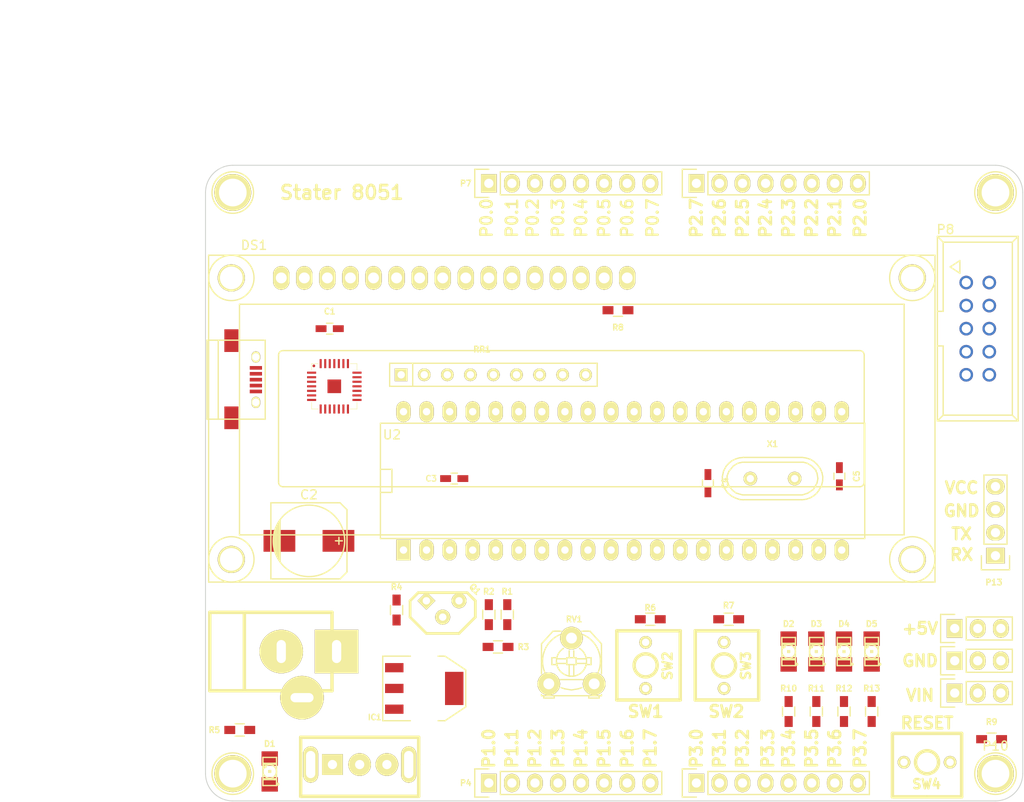
<source format=kicad_pcb>
(kicad_pcb (version 4) (host pcbnew "(2015-01-16 BZR 5376)-product")

  (general
    (links 144)
    (no_connects 144)
    (area 44.949999 44.949999 135.050001 115.050001)
    (thickness 1.6)
    (drawings 53)
    (tracks 0)
    (zones 0)
    (modules 50)
    (nets 86)
  )

  (page A4)
  (layers
    (0 F.Cu signal)
    (31 B.Cu signal)
    (32 B.Adhes user)
    (33 F.Adhes user)
    (34 B.Paste user)
    (35 F.Paste user)
    (36 B.SilkS user)
    (37 F.SilkS user)
    (38 B.Mask user)
    (39 F.Mask user)
    (40 Dwgs.User user)
    (41 Cmts.User user)
    (42 Eco1.User user)
    (43 Eco2.User user)
    (44 Edge.Cuts user)
    (45 Margin user)
    (46 B.CrtYd user)
    (47 F.CrtYd user)
    (48 B.Fab user)
    (49 F.Fab user)
  )

  (setup
    (last_trace_width 0.254)
    (trace_clearance 0.254)
    (zone_clearance 0.508)
    (zone_45_only no)
    (trace_min 0.254)
    (segment_width 0.2)
    (edge_width 0.1)
    (via_size 0.889)
    (via_drill 0.635)
    (via_min_size 0.889)
    (via_min_drill 0.508)
    (uvia_size 0.508)
    (uvia_drill 0.127)
    (uvias_allowed no)
    (uvia_min_size 0.508)
    (uvia_min_drill 0.127)
    (pcb_text_width 0.3)
    (pcb_text_size 1.5 1.5)
    (mod_edge_width 0.15)
    (mod_text_size 1 1)
    (mod_text_width 0.15)
    (pad_size 1.5 1.5)
    (pad_drill 0.6)
    (pad_to_mask_clearance 0)
    (aux_axis_origin 0 0)
    (visible_elements 7FFFF7FF)
    (pcbplotparams
      (layerselection 0x00030_80000001)
      (usegerberextensions false)
      (excludeedgelayer true)
      (linewidth 0.100000)
      (plotframeref false)
      (viasonmask false)
      (mode 1)
      (useauxorigin false)
      (hpglpennumber 1)
      (hpglpenspeed 20)
      (hpglpendiameter 15)
      (hpglpenoverlay 2)
      (psnegative false)
      (psa4output false)
      (plotreference true)
      (plotvalue true)
      (plotinvisibletext false)
      (padsonsilk false)
      (subtractmaskfromsilk false)
      (outputformat 1)
      (mirror false)
      (drillshape 1)
      (scaleselection 1)
      (outputdirectory ""))
  )

  (net 0 "")
  (net 1 VCC)
  (net 2 "Net-(C2-Pad1)")
  (net 3 "Net-(C4-Pad1)")
  (net 4 "Net-(C4-Pad2)")
  (net 5 "Net-(C5-Pad1)")
  (net 6 "Net-(CON1-Pad1)")
  (net 7 "Net-(CON2-Pad2)")
  (net 8 "Net-(CON2-Pad3)")
  (net 9 "Net-(D1-Pad1)")
  (net 10 "Net-(D2-Pad2)")
  (net 11 /L1)
  (net 12 "Net-(D3-Pad2)")
  (net 13 /L2)
  (net 14 "Net-(D4-Pad2)")
  (net 15 /L3)
  (net 16 "Net-(D5-Pad2)")
  (net 17 /L4)
  (net 18 "Net-(DS1-Pad3)")
  (net 19 /RS)
  (net 20 /R/W)
  (net 21 /E)
  (net 22 "Net-(DS1-Pad7)")
  (net 23 "Net-(DS1-Pad8)")
  (net 24 "Net-(DS1-Pad9)")
  (net 25 "Net-(DS1-Pad10)")
  (net 26 /D4)
  (net 27 /D5)
  (net 28 /D6)
  (net 29 /D7)
  (net 30 "Net-(DS1-Pad16)")
  (net 31 /Vin)
  (net 32 "Net-(P4-Pad1)")
  (net 33 "Net-(P4-Pad2)")
  (net 34 "Net-(P4-Pad3)")
  (net 35 "Net-(P4-Pad4)")
  (net 36 "Net-(P4-Pad5)")
  (net 37 /MOSI)
  (net 38 /MISO)
  (net 39 /SCK)
  (net 40 /RX)
  (net 41 /TX)
  (net 42 /SW1)
  (net 43 /SW2)
  (net 44 "Net-(P6-Pad5)")
  (net 45 "Net-(P7-Pad1)")
  (net 46 "Net-(P7-Pad2)")
  (net 47 "Net-(P7-Pad3)")
  (net 48 "Net-(P7-Pad4)")
  (net 49 "Net-(P7-Pad5)")
  (net 50 "Net-(P7-Pad6)")
  (net 51 "Net-(P7-Pad7)")
  (net 52 "Net-(P7-Pad8)")
  (net 53 "Net-(P8-Pad3)")
  (net 54 "Net-(P8-Pad4)")
  (net 55 /RST)
  (net 56 "Net-(P8-Pad6)")
  (net 57 "Net-(Q1-Pad1)")
  (net 58 "Net-(Q1-Pad2)")
  (net 59 /DTR)
  (net 60 "Net-(U1-Pad6)")
  (net 61 "Net-(U1-Pad2)")
  (net 62 "Net-(U1-Pad1)")
  (net 63 "Net-(U1-Pad27)")
  (net 64 "Net-(U1-Pad24)")
  (net 65 "Net-(U1-Pad23)")
  (net 66 "Net-(U1-Pad22)")
  (net 67 "Net-(U1-Pad21)")
  (net 68 "Net-(U1-Pad20)")
  (net 69 "Net-(U1-Pad18)")
  (net 70 "Net-(U1-Pad17)")
  (net 71 "Net-(U1-Pad16)")
  (net 72 "Net-(U1-Pad15)")
  (net 73 "Net-(U1-Pad14)")
  (net 74 "Net-(U1-Pad13)")
  (net 75 "Net-(U1-Pad12)")
  (net 76 "Net-(U1-Pad11)")
  (net 77 "Net-(U1-Pad10)")
  (net 78 "Net-(U1-Pad9)")
  (net 79 "Net-(U2-Pad29)")
  (net 80 "Net-(U2-Pad30)")
  (net 81 GND)
  (net 82 "Net-(P9-Pad1)")
  (net 83 "Net-(P10-Pad1)")
  (net 84 "Net-(P11-Pad1)")
  (net 85 "Net-(P12-Pad1)")

  (net_class Default "This is the default net class."
    (clearance 0.254)
    (trace_width 0.254)
    (via_dia 0.889)
    (via_drill 0.635)
    (uvia_dia 0.508)
    (uvia_drill 0.127)
    (add_net /D4)
    (add_net /D5)
    (add_net /D6)
    (add_net /D7)
    (add_net /DTR)
    (add_net /E)
    (add_net /L1)
    (add_net /L2)
    (add_net /L3)
    (add_net /L4)
    (add_net /MISO)
    (add_net /MOSI)
    (add_net /R/W)
    (add_net /RS)
    (add_net /RST)
    (add_net /RX)
    (add_net /SCK)
    (add_net /SW1)
    (add_net /SW2)
    (add_net /TX)
    (add_net /Vin)
    (add_net GND)
    (add_net "Net-(C2-Pad1)")
    (add_net "Net-(C4-Pad1)")
    (add_net "Net-(C4-Pad2)")
    (add_net "Net-(C5-Pad1)")
    (add_net "Net-(CON1-Pad1)")
    (add_net "Net-(CON2-Pad2)")
    (add_net "Net-(CON2-Pad3)")
    (add_net "Net-(D1-Pad1)")
    (add_net "Net-(D2-Pad2)")
    (add_net "Net-(D3-Pad2)")
    (add_net "Net-(D4-Pad2)")
    (add_net "Net-(D5-Pad2)")
    (add_net "Net-(DS1-Pad10)")
    (add_net "Net-(DS1-Pad16)")
    (add_net "Net-(DS1-Pad3)")
    (add_net "Net-(DS1-Pad7)")
    (add_net "Net-(DS1-Pad8)")
    (add_net "Net-(DS1-Pad9)")
    (add_net "Net-(P10-Pad1)")
    (add_net "Net-(P11-Pad1)")
    (add_net "Net-(P12-Pad1)")
    (add_net "Net-(P4-Pad1)")
    (add_net "Net-(P4-Pad2)")
    (add_net "Net-(P4-Pad3)")
    (add_net "Net-(P4-Pad4)")
    (add_net "Net-(P4-Pad5)")
    (add_net "Net-(P6-Pad5)")
    (add_net "Net-(P7-Pad1)")
    (add_net "Net-(P7-Pad2)")
    (add_net "Net-(P7-Pad3)")
    (add_net "Net-(P7-Pad4)")
    (add_net "Net-(P7-Pad5)")
    (add_net "Net-(P7-Pad6)")
    (add_net "Net-(P7-Pad7)")
    (add_net "Net-(P7-Pad8)")
    (add_net "Net-(P8-Pad3)")
    (add_net "Net-(P8-Pad4)")
    (add_net "Net-(P8-Pad6)")
    (add_net "Net-(P9-Pad1)")
    (add_net "Net-(Q1-Pad1)")
    (add_net "Net-(Q1-Pad2)")
    (add_net "Net-(U1-Pad1)")
    (add_net "Net-(U1-Pad10)")
    (add_net "Net-(U1-Pad11)")
    (add_net "Net-(U1-Pad12)")
    (add_net "Net-(U1-Pad13)")
    (add_net "Net-(U1-Pad14)")
    (add_net "Net-(U1-Pad15)")
    (add_net "Net-(U1-Pad16)")
    (add_net "Net-(U1-Pad17)")
    (add_net "Net-(U1-Pad18)")
    (add_net "Net-(U1-Pad2)")
    (add_net "Net-(U1-Pad20)")
    (add_net "Net-(U1-Pad21)")
    (add_net "Net-(U1-Pad22)")
    (add_net "Net-(U1-Pad23)")
    (add_net "Net-(U1-Pad24)")
    (add_net "Net-(U1-Pad27)")
    (add_net "Net-(U1-Pad6)")
    (add_net "Net-(U1-Pad9)")
    (add_net "Net-(U2-Pad29)")
    (add_net "Net-(U2-Pad30)")
    (add_net VCC)
  )

  (module Capacitors_SMD:c_elec_8x10.5 (layer F.Cu) (tedit 563D9362) (tstamp 563744BB)
    (at 56.388 86.36)
    (descr "SMT capacitor, aluminium electrolytic, 8x10.5")
    (path /563770A9)
    (attr smd)
    (fp_text reference C2 (at 0 -5.08) (layer F.SilkS)
      (effects (font (size 1 1) (thickness 0.15)))
    )
    (fp_text value 100uF,25v (at 0 5.08) (layer F.Fab) hide
      (effects (font (size 1 1) (thickness 0.15)))
    )
    (fp_line (start -5.35 -4.55) (end 5.35 -4.55) (layer F.CrtYd) (width 0.05))
    (fp_line (start 5.35 -4.55) (end 5.35 4.55) (layer F.CrtYd) (width 0.05))
    (fp_line (start 5.35 4.55) (end -5.35 4.55) (layer F.CrtYd) (width 0.05))
    (fp_line (start -5.35 4.55) (end -5.35 -4.55) (layer F.CrtYd) (width 0.05))
    (fp_line (start -3.81 -1.016) (end -3.81 1.016) (layer F.SilkS) (width 0.15))
    (fp_line (start -3.683 1.397) (end -3.683 -1.397) (layer F.SilkS) (width 0.15))
    (fp_line (start -3.556 -1.651) (end -3.556 1.651) (layer F.SilkS) (width 0.15))
    (fp_line (start -3.429 1.905) (end -3.429 -1.905) (layer F.SilkS) (width 0.15))
    (fp_line (start -3.302 2.032) (end -3.302 -2.032) (layer F.SilkS) (width 0.15))
    (fp_line (start -3.175 -2.286) (end -3.175 2.286) (layer F.SilkS) (width 0.15))
    (fp_line (start -4.191 -4.191) (end -4.191 4.191) (layer F.SilkS) (width 0.15))
    (fp_line (start -4.191 4.191) (end 3.429 4.191) (layer F.SilkS) (width 0.15))
    (fp_line (start 3.429 4.191) (end 4.191 3.429) (layer F.SilkS) (width 0.15))
    (fp_line (start 4.191 3.429) (end 4.191 -3.429) (layer F.SilkS) (width 0.15))
    (fp_line (start 4.191 -3.429) (end 3.429 -4.191) (layer F.SilkS) (width 0.15))
    (fp_line (start 3.429 -4.191) (end -4.191 -4.191) (layer F.SilkS) (width 0.15))
    (fp_line (start 3.683 0) (end 2.921 0) (layer F.SilkS) (width 0.15))
    (fp_line (start 3.302 -0.381) (end 3.302 0.381) (layer F.SilkS) (width 0.15))
    (fp_circle (center 0 0) (end 3.937 0) (layer F.SilkS) (width 0.15))
    (pad 1 smd rect (at 3.2512 0) (size 3.50012 2.4003) (layers F.Cu F.Paste F.Mask)
      (net 2 "Net-(C2-Pad1)"))
    (pad 2 smd rect (at -3.2512 0) (size 3.50012 2.4003) (layers F.Cu F.Paste F.Mask)
      (net 81 GND))
    (model Capacitors_SMD.3dshapes/c_elec_8x10.5.wrl
      (at (xyz 0 0 0))
      (scale (xyz 1 1 1))
      (rotate (xyz 0 0 0))
    )
  )

  (module EE:JACK_ALIM (layer F.Cu) (tedit 563D94B5) (tstamp 563744ED)
    (at 53.34 98.552)
    (descr "module 1 pin (ou trou mecanique de percage)")
    (tags "CONN JACK")
    (path /56376CF3)
    (fp_text reference CON1 (at 0.254 -5.588) (layer F.SilkS) hide
      (effects (font (size 1.016 1.016) (thickness 0.254)))
    )
    (fp_text value BARREL_JACK (at -5.08 5.588) (layer F.SilkS) hide
      (effects (font (size 1.016 1.016) (thickness 0.254)))
    )
    (fp_line (start -7.112 -4.318) (end -7.874 -4.318) (layer F.SilkS) (width 0.381))
    (fp_line (start -7.874 -4.318) (end -7.874 4.318) (layer F.SilkS) (width 0.381))
    (fp_line (start -7.874 4.318) (end -7.112 4.318) (layer F.SilkS) (width 0.381))
    (fp_line (start -4.064 -4.318) (end -4.064 4.318) (layer F.SilkS) (width 0.381))
    (fp_line (start 5.588 -4.318) (end 5.588 4.318) (layer F.SilkS) (width 0.381))
    (fp_line (start -7.112 4.318) (end 5.588 4.318) (layer F.SilkS) (width 0.381))
    (fp_line (start -7.112 -4.318) (end 5.588 -4.318) (layer F.SilkS) (width 0.381))
    (pad 2 thru_hole circle (at 0 0) (size 4.8006 4.8006) (drill oval 1.016 2.54) (layers *.Cu *.Mask F.SilkS)
      (net 81 GND))
    (pad 1 thru_hole rect (at 6.096 0) (size 4.8006 4.8006) (drill oval 1.016 2.54) (layers *.Cu *.Mask F.SilkS)
      (net 6 "Net-(CON1-Pad1)"))
    (pad 3 thru_hole circle (at 2.286 5.08) (size 4.8006 4.8006) (drill oval 2.54 1.016) (layers *.Cu *.Mask F.SilkS)
      (net 81 GND))
    (model connectors/POWER_21.wrl
      (at (xyz 0 0 0))
      (scale (xyz 0.8 0.8 0.8))
      (rotate (xyz 0 0 0))
    )
  )

  (module EE:LED-1206_NEW (layer F.Cu) (tedit 563D95C2) (tstamp 5637452C)
    (at 52.07 111.76 270)
    (descr "LED 1206 smd package")
    (tags "LED1206 SMD")
    (path /56377230)
    (attr smd)
    (fp_text reference D1 (at -3.048 0 360) (layer F.SilkS)
      (effects (font (size 0.635 0.635) (thickness 0.15)))
    )
    (fp_text value LED (at 0 1.65 270) (layer F.Fab) hide
      (effects (font (size 1 1) (thickness 0.15)))
    )
    (fp_circle (center 1.4 -0.9) (end 1.4 -1) (layer F.SilkS) (width 0.15))
    (fp_line (start 0.09906 0.09906) (end -0.09906 0.09906) (layer F.SilkS) (width 0.15))
    (fp_line (start -0.09906 0.09906) (end -0.09906 -0.09906) (layer F.SilkS) (width 0.15))
    (fp_line (start 0.09906 -0.09906) (end -0.09906 -0.09906) (layer F.SilkS) (width 0.15))
    (fp_line (start 0.09906 0.09906) (end 0.09906 -0.09906) (layer F.SilkS) (width 0.15))
    (fp_line (start -0.44958 0.6985) (end -0.79756 0.6985) (layer F.SilkS) (width 0.15))
    (fp_line (start -0.79756 0.6985) (end -0.79756 0.44958) (layer F.SilkS) (width 0.15))
    (fp_line (start -0.44958 0.44958) (end -0.79756 0.44958) (layer F.SilkS) (width 0.15))
    (fp_line (start -0.44958 0.6985) (end -0.44958 0.44958) (layer F.SilkS) (width 0.15))
    (fp_line (start -0.79756 0.6985) (end -0.89916 0.6985) (layer F.SilkS) (width 0.15))
    (fp_line (start -0.89916 0.6985) (end -0.89916 -0.49784) (layer F.SilkS) (width 0.15))
    (fp_line (start -0.79756 -0.49784) (end -0.89916 -0.49784) (layer F.SilkS) (width 0.15))
    (fp_line (start -0.79756 0.6985) (end -0.79756 -0.49784) (layer F.SilkS) (width 0.15))
    (fp_line (start -0.79756 -0.54864) (end -0.89916 -0.54864) (layer F.SilkS) (width 0.15))
    (fp_line (start -0.89916 -0.54864) (end -0.89916 -0.6985) (layer F.SilkS) (width 0.15))
    (fp_line (start -0.79756 -0.6985) (end -0.89916 -0.6985) (layer F.SilkS) (width 0.15))
    (fp_line (start -0.79756 -0.54864) (end -0.79756 -0.6985) (layer F.SilkS) (width 0.15))
    (fp_line (start 0.89916 0.6985) (end 0.79756 0.6985) (layer F.SilkS) (width 0.15))
    (fp_line (start 0.79756 0.6985) (end 0.79756 -0.49784) (layer F.SilkS) (width 0.15))
    (fp_line (start 0.89916 -0.49784) (end 0.79756 -0.49784) (layer F.SilkS) (width 0.15))
    (fp_line (start 0.89916 0.6985) (end 0.89916 -0.49784) (layer F.SilkS) (width 0.15))
    (fp_line (start 0.89916 -0.54864) (end 0.79756 -0.54864) (layer F.SilkS) (width 0.15))
    (fp_line (start 0.79756 -0.54864) (end 0.79756 -0.6985) (layer F.SilkS) (width 0.15))
    (fp_line (start 0.89916 -0.6985) (end 0.79756 -0.6985) (layer F.SilkS) (width 0.15))
    (fp_line (start 0.89916 -0.54864) (end 0.89916 -0.6985) (layer F.SilkS) (width 0.15))
    (fp_line (start -0.44958 0.6985) (end -0.59944 0.6985) (layer F.SilkS) (width 0.15))
    (fp_line (start -0.59944 0.6985) (end -0.59944 0.44958) (layer F.SilkS) (width 0.15))
    (fp_line (start -0.44958 0.44958) (end -0.59944 0.44958) (layer F.SilkS) (width 0.15))
    (fp_line (start -0.44958 0.6985) (end -0.44958 0.44958) (layer F.SilkS) (width 0.15))
    (fp_line (start -1.5494 0.7493) (end 1.5494 0.7493) (layer F.SilkS) (width 0.15))
    (fp_line (start 1.5494 0.7493) (end 1.5494 -0.7493) (layer F.SilkS) (width 0.15))
    (fp_line (start 1.5494 -0.7493) (end -1.5494 -0.7493) (layer F.SilkS) (width 0.15))
    (fp_line (start -1.5494 -0.7493) (end -1.5494 0.7493) (layer F.SilkS) (width 0.15))
    (fp_arc (start 0 0) (end -0.54864 0.49784) (angle -95.4) (layer F.SilkS) (width 0.15))
    (fp_arc (start 0 0) (end 0.54864 0.49784) (angle -84.5) (layer F.SilkS) (width 0.15))
    (fp_arc (start 0 0) (end 0.54864 -0.49784) (angle -95.4) (layer F.SilkS) (width 0.15))
    (fp_arc (start 0 0) (end -0.54864 -0.49784) (angle -84.5) (layer F.SilkS) (width 0.15))
    (pad 2 smd rect (at 1.41986 0 90) (size 1.59766 1.80086) (layers F.Cu F.Paste F.Mask)
      (net 81 GND))
    (pad 1 smd rect (at -1.41986 0 90) (size 1.59766 1.80086) (layers F.Cu F.Paste F.Mask)
      (net 9 "Net-(D1-Pad1)"))
  )

  (module EE:LED-1206_NEW (layer F.Cu) (tedit 563D962D) (tstamp 56374557)
    (at 109.22 98.552 270)
    (descr "LED 1206 smd package")
    (tags "LED1206 SMD")
    (path /5637A4B8)
    (attr smd)
    (fp_text reference D2 (at -3.048 0 360) (layer F.SilkS)
      (effects (font (size 0.635 0.635) (thickness 0.15)))
    )
    (fp_text value LED (at 0 1.65 270) (layer F.Fab) hide
      (effects (font (size 1 1) (thickness 0.15)))
    )
    (fp_circle (center 1.4 -0.9) (end 1.4 -1) (layer F.SilkS) (width 0.15))
    (fp_line (start 0.09906 0.09906) (end -0.09906 0.09906) (layer F.SilkS) (width 0.15))
    (fp_line (start -0.09906 0.09906) (end -0.09906 -0.09906) (layer F.SilkS) (width 0.15))
    (fp_line (start 0.09906 -0.09906) (end -0.09906 -0.09906) (layer F.SilkS) (width 0.15))
    (fp_line (start 0.09906 0.09906) (end 0.09906 -0.09906) (layer F.SilkS) (width 0.15))
    (fp_line (start -0.44958 0.6985) (end -0.79756 0.6985) (layer F.SilkS) (width 0.15))
    (fp_line (start -0.79756 0.6985) (end -0.79756 0.44958) (layer F.SilkS) (width 0.15))
    (fp_line (start -0.44958 0.44958) (end -0.79756 0.44958) (layer F.SilkS) (width 0.15))
    (fp_line (start -0.44958 0.6985) (end -0.44958 0.44958) (layer F.SilkS) (width 0.15))
    (fp_line (start -0.79756 0.6985) (end -0.89916 0.6985) (layer F.SilkS) (width 0.15))
    (fp_line (start -0.89916 0.6985) (end -0.89916 -0.49784) (layer F.SilkS) (width 0.15))
    (fp_line (start -0.79756 -0.49784) (end -0.89916 -0.49784) (layer F.SilkS) (width 0.15))
    (fp_line (start -0.79756 0.6985) (end -0.79756 -0.49784) (layer F.SilkS) (width 0.15))
    (fp_line (start -0.79756 -0.54864) (end -0.89916 -0.54864) (layer F.SilkS) (width 0.15))
    (fp_line (start -0.89916 -0.54864) (end -0.89916 -0.6985) (layer F.SilkS) (width 0.15))
    (fp_line (start -0.79756 -0.6985) (end -0.89916 -0.6985) (layer F.SilkS) (width 0.15))
    (fp_line (start -0.79756 -0.54864) (end -0.79756 -0.6985) (layer F.SilkS) (width 0.15))
    (fp_line (start 0.89916 0.6985) (end 0.79756 0.6985) (layer F.SilkS) (width 0.15))
    (fp_line (start 0.79756 0.6985) (end 0.79756 -0.49784) (layer F.SilkS) (width 0.15))
    (fp_line (start 0.89916 -0.49784) (end 0.79756 -0.49784) (layer F.SilkS) (width 0.15))
    (fp_line (start 0.89916 0.6985) (end 0.89916 -0.49784) (layer F.SilkS) (width 0.15))
    (fp_line (start 0.89916 -0.54864) (end 0.79756 -0.54864) (layer F.SilkS) (width 0.15))
    (fp_line (start 0.79756 -0.54864) (end 0.79756 -0.6985) (layer F.SilkS) (width 0.15))
    (fp_line (start 0.89916 -0.6985) (end 0.79756 -0.6985) (layer F.SilkS) (width 0.15))
    (fp_line (start 0.89916 -0.54864) (end 0.89916 -0.6985) (layer F.SilkS) (width 0.15))
    (fp_line (start -0.44958 0.6985) (end -0.59944 0.6985) (layer F.SilkS) (width 0.15))
    (fp_line (start -0.59944 0.6985) (end -0.59944 0.44958) (layer F.SilkS) (width 0.15))
    (fp_line (start -0.44958 0.44958) (end -0.59944 0.44958) (layer F.SilkS) (width 0.15))
    (fp_line (start -0.44958 0.6985) (end -0.44958 0.44958) (layer F.SilkS) (width 0.15))
    (fp_line (start -1.5494 0.7493) (end 1.5494 0.7493) (layer F.SilkS) (width 0.15))
    (fp_line (start 1.5494 0.7493) (end 1.5494 -0.7493) (layer F.SilkS) (width 0.15))
    (fp_line (start 1.5494 -0.7493) (end -1.5494 -0.7493) (layer F.SilkS) (width 0.15))
    (fp_line (start -1.5494 -0.7493) (end -1.5494 0.7493) (layer F.SilkS) (width 0.15))
    (fp_arc (start 0 0) (end -0.54864 0.49784) (angle -95.4) (layer F.SilkS) (width 0.15))
    (fp_arc (start 0 0) (end 0.54864 0.49784) (angle -84.5) (layer F.SilkS) (width 0.15))
    (fp_arc (start 0 0) (end 0.54864 -0.49784) (angle -95.4) (layer F.SilkS) (width 0.15))
    (fp_arc (start 0 0) (end -0.54864 -0.49784) (angle -84.5) (layer F.SilkS) (width 0.15))
    (pad 2 smd rect (at 1.41986 0 90) (size 1.59766 1.80086) (layers F.Cu F.Paste F.Mask)
      (net 10 "Net-(D2-Pad2)"))
    (pad 1 smd rect (at -1.41986 0 90) (size 1.59766 1.80086) (layers F.Cu F.Paste F.Mask)
      (net 11 /L1))
  )

  (module EE:LED-1206_NEW (layer F.Cu) (tedit 563D9626) (tstamp 56374582)
    (at 112.268 98.552 270)
    (descr "LED 1206 smd package")
    (tags "LED1206 SMD")
    (path /5637A59E)
    (attr smd)
    (fp_text reference D3 (at -3.048 0 360) (layer F.SilkS)
      (effects (font (size 0.635 0.635) (thickness 0.15)))
    )
    (fp_text value LED (at 0 1.65 270) (layer F.Fab) hide
      (effects (font (size 1 1) (thickness 0.15)))
    )
    (fp_circle (center 1.4 -0.9) (end 1.4 -1) (layer F.SilkS) (width 0.15))
    (fp_line (start 0.09906 0.09906) (end -0.09906 0.09906) (layer F.SilkS) (width 0.15))
    (fp_line (start -0.09906 0.09906) (end -0.09906 -0.09906) (layer F.SilkS) (width 0.15))
    (fp_line (start 0.09906 -0.09906) (end -0.09906 -0.09906) (layer F.SilkS) (width 0.15))
    (fp_line (start 0.09906 0.09906) (end 0.09906 -0.09906) (layer F.SilkS) (width 0.15))
    (fp_line (start -0.44958 0.6985) (end -0.79756 0.6985) (layer F.SilkS) (width 0.15))
    (fp_line (start -0.79756 0.6985) (end -0.79756 0.44958) (layer F.SilkS) (width 0.15))
    (fp_line (start -0.44958 0.44958) (end -0.79756 0.44958) (layer F.SilkS) (width 0.15))
    (fp_line (start -0.44958 0.6985) (end -0.44958 0.44958) (layer F.SilkS) (width 0.15))
    (fp_line (start -0.79756 0.6985) (end -0.89916 0.6985) (layer F.SilkS) (width 0.15))
    (fp_line (start -0.89916 0.6985) (end -0.89916 -0.49784) (layer F.SilkS) (width 0.15))
    (fp_line (start -0.79756 -0.49784) (end -0.89916 -0.49784) (layer F.SilkS) (width 0.15))
    (fp_line (start -0.79756 0.6985) (end -0.79756 -0.49784) (layer F.SilkS) (width 0.15))
    (fp_line (start -0.79756 -0.54864) (end -0.89916 -0.54864) (layer F.SilkS) (width 0.15))
    (fp_line (start -0.89916 -0.54864) (end -0.89916 -0.6985) (layer F.SilkS) (width 0.15))
    (fp_line (start -0.79756 -0.6985) (end -0.89916 -0.6985) (layer F.SilkS) (width 0.15))
    (fp_line (start -0.79756 -0.54864) (end -0.79756 -0.6985) (layer F.SilkS) (width 0.15))
    (fp_line (start 0.89916 0.6985) (end 0.79756 0.6985) (layer F.SilkS) (width 0.15))
    (fp_line (start 0.79756 0.6985) (end 0.79756 -0.49784) (layer F.SilkS) (width 0.15))
    (fp_line (start 0.89916 -0.49784) (end 0.79756 -0.49784) (layer F.SilkS) (width 0.15))
    (fp_line (start 0.89916 0.6985) (end 0.89916 -0.49784) (layer F.SilkS) (width 0.15))
    (fp_line (start 0.89916 -0.54864) (end 0.79756 -0.54864) (layer F.SilkS) (width 0.15))
    (fp_line (start 0.79756 -0.54864) (end 0.79756 -0.6985) (layer F.SilkS) (width 0.15))
    (fp_line (start 0.89916 -0.6985) (end 0.79756 -0.6985) (layer F.SilkS) (width 0.15))
    (fp_line (start 0.89916 -0.54864) (end 0.89916 -0.6985) (layer F.SilkS) (width 0.15))
    (fp_line (start -0.44958 0.6985) (end -0.59944 0.6985) (layer F.SilkS) (width 0.15))
    (fp_line (start -0.59944 0.6985) (end -0.59944 0.44958) (layer F.SilkS) (width 0.15))
    (fp_line (start -0.44958 0.44958) (end -0.59944 0.44958) (layer F.SilkS) (width 0.15))
    (fp_line (start -0.44958 0.6985) (end -0.44958 0.44958) (layer F.SilkS) (width 0.15))
    (fp_line (start -1.5494 0.7493) (end 1.5494 0.7493) (layer F.SilkS) (width 0.15))
    (fp_line (start 1.5494 0.7493) (end 1.5494 -0.7493) (layer F.SilkS) (width 0.15))
    (fp_line (start 1.5494 -0.7493) (end -1.5494 -0.7493) (layer F.SilkS) (width 0.15))
    (fp_line (start -1.5494 -0.7493) (end -1.5494 0.7493) (layer F.SilkS) (width 0.15))
    (fp_arc (start 0 0) (end -0.54864 0.49784) (angle -95.4) (layer F.SilkS) (width 0.15))
    (fp_arc (start 0 0) (end 0.54864 0.49784) (angle -84.5) (layer F.SilkS) (width 0.15))
    (fp_arc (start 0 0) (end 0.54864 -0.49784) (angle -95.4) (layer F.SilkS) (width 0.15))
    (fp_arc (start 0 0) (end -0.54864 -0.49784) (angle -84.5) (layer F.SilkS) (width 0.15))
    (pad 2 smd rect (at 1.41986 0 90) (size 1.59766 1.80086) (layers F.Cu F.Paste F.Mask)
      (net 12 "Net-(D3-Pad2)"))
    (pad 1 smd rect (at -1.41986 0 90) (size 1.59766 1.80086) (layers F.Cu F.Paste F.Mask)
      (net 13 /L2))
  )

  (module EE:LED-1206_NEW (layer F.Cu) (tedit 563D9622) (tstamp 563745AD)
    (at 115.316 98.552 270)
    (descr "LED 1206 smd package")
    (tags "LED1206 SMD")
    (path /5637A5DB)
    (attr smd)
    (fp_text reference D4 (at -3.048 0 360) (layer F.SilkS)
      (effects (font (size 0.635 0.635) (thickness 0.15)))
    )
    (fp_text value LED (at 0 1.65 270) (layer F.Fab) hide
      (effects (font (size 1 1) (thickness 0.15)))
    )
    (fp_circle (center 1.4 -0.9) (end 1.4 -1) (layer F.SilkS) (width 0.15))
    (fp_line (start 0.09906 0.09906) (end -0.09906 0.09906) (layer F.SilkS) (width 0.15))
    (fp_line (start -0.09906 0.09906) (end -0.09906 -0.09906) (layer F.SilkS) (width 0.15))
    (fp_line (start 0.09906 -0.09906) (end -0.09906 -0.09906) (layer F.SilkS) (width 0.15))
    (fp_line (start 0.09906 0.09906) (end 0.09906 -0.09906) (layer F.SilkS) (width 0.15))
    (fp_line (start -0.44958 0.6985) (end -0.79756 0.6985) (layer F.SilkS) (width 0.15))
    (fp_line (start -0.79756 0.6985) (end -0.79756 0.44958) (layer F.SilkS) (width 0.15))
    (fp_line (start -0.44958 0.44958) (end -0.79756 0.44958) (layer F.SilkS) (width 0.15))
    (fp_line (start -0.44958 0.6985) (end -0.44958 0.44958) (layer F.SilkS) (width 0.15))
    (fp_line (start -0.79756 0.6985) (end -0.89916 0.6985) (layer F.SilkS) (width 0.15))
    (fp_line (start -0.89916 0.6985) (end -0.89916 -0.49784) (layer F.SilkS) (width 0.15))
    (fp_line (start -0.79756 -0.49784) (end -0.89916 -0.49784) (layer F.SilkS) (width 0.15))
    (fp_line (start -0.79756 0.6985) (end -0.79756 -0.49784) (layer F.SilkS) (width 0.15))
    (fp_line (start -0.79756 -0.54864) (end -0.89916 -0.54864) (layer F.SilkS) (width 0.15))
    (fp_line (start -0.89916 -0.54864) (end -0.89916 -0.6985) (layer F.SilkS) (width 0.15))
    (fp_line (start -0.79756 -0.6985) (end -0.89916 -0.6985) (layer F.SilkS) (width 0.15))
    (fp_line (start -0.79756 -0.54864) (end -0.79756 -0.6985) (layer F.SilkS) (width 0.15))
    (fp_line (start 0.89916 0.6985) (end 0.79756 0.6985) (layer F.SilkS) (width 0.15))
    (fp_line (start 0.79756 0.6985) (end 0.79756 -0.49784) (layer F.SilkS) (width 0.15))
    (fp_line (start 0.89916 -0.49784) (end 0.79756 -0.49784) (layer F.SilkS) (width 0.15))
    (fp_line (start 0.89916 0.6985) (end 0.89916 -0.49784) (layer F.SilkS) (width 0.15))
    (fp_line (start 0.89916 -0.54864) (end 0.79756 -0.54864) (layer F.SilkS) (width 0.15))
    (fp_line (start 0.79756 -0.54864) (end 0.79756 -0.6985) (layer F.SilkS) (width 0.15))
    (fp_line (start 0.89916 -0.6985) (end 0.79756 -0.6985) (layer F.SilkS) (width 0.15))
    (fp_line (start 0.89916 -0.54864) (end 0.89916 -0.6985) (layer F.SilkS) (width 0.15))
    (fp_line (start -0.44958 0.6985) (end -0.59944 0.6985) (layer F.SilkS) (width 0.15))
    (fp_line (start -0.59944 0.6985) (end -0.59944 0.44958) (layer F.SilkS) (width 0.15))
    (fp_line (start -0.44958 0.44958) (end -0.59944 0.44958) (layer F.SilkS) (width 0.15))
    (fp_line (start -0.44958 0.6985) (end -0.44958 0.44958) (layer F.SilkS) (width 0.15))
    (fp_line (start -1.5494 0.7493) (end 1.5494 0.7493) (layer F.SilkS) (width 0.15))
    (fp_line (start 1.5494 0.7493) (end 1.5494 -0.7493) (layer F.SilkS) (width 0.15))
    (fp_line (start 1.5494 -0.7493) (end -1.5494 -0.7493) (layer F.SilkS) (width 0.15))
    (fp_line (start -1.5494 -0.7493) (end -1.5494 0.7493) (layer F.SilkS) (width 0.15))
    (fp_arc (start 0 0) (end -0.54864 0.49784) (angle -95.4) (layer F.SilkS) (width 0.15))
    (fp_arc (start 0 0) (end 0.54864 0.49784) (angle -84.5) (layer F.SilkS) (width 0.15))
    (fp_arc (start 0 0) (end 0.54864 -0.49784) (angle -95.4) (layer F.SilkS) (width 0.15))
    (fp_arc (start 0 0) (end -0.54864 -0.49784) (angle -84.5) (layer F.SilkS) (width 0.15))
    (pad 2 smd rect (at 1.41986 0 90) (size 1.59766 1.80086) (layers F.Cu F.Paste F.Mask)
      (net 14 "Net-(D4-Pad2)"))
    (pad 1 smd rect (at -1.41986 0 90) (size 1.59766 1.80086) (layers F.Cu F.Paste F.Mask)
      (net 15 /L3))
  )

  (module EE:LED-1206_NEW (layer F.Cu) (tedit 563D9619) (tstamp 563745D8)
    (at 118.364 98.552 270)
    (descr "LED 1206 smd package")
    (tags "LED1206 SMD")
    (path /5637A61F)
    (attr smd)
    (fp_text reference D5 (at -3.048 0 360) (layer F.SilkS)
      (effects (font (size 0.635 0.653796) (thickness 0.15)))
    )
    (fp_text value LED (at 0 1.65 270) (layer F.Fab) hide
      (effects (font (size 1 1) (thickness 0.15)))
    )
    (fp_circle (center 1.4 -0.9) (end 1.4 -1) (layer F.SilkS) (width 0.15))
    (fp_line (start 0.09906 0.09906) (end -0.09906 0.09906) (layer F.SilkS) (width 0.15))
    (fp_line (start -0.09906 0.09906) (end -0.09906 -0.09906) (layer F.SilkS) (width 0.15))
    (fp_line (start 0.09906 -0.09906) (end -0.09906 -0.09906) (layer F.SilkS) (width 0.15))
    (fp_line (start 0.09906 0.09906) (end 0.09906 -0.09906) (layer F.SilkS) (width 0.15))
    (fp_line (start -0.44958 0.6985) (end -0.79756 0.6985) (layer F.SilkS) (width 0.15))
    (fp_line (start -0.79756 0.6985) (end -0.79756 0.44958) (layer F.SilkS) (width 0.15))
    (fp_line (start -0.44958 0.44958) (end -0.79756 0.44958) (layer F.SilkS) (width 0.15))
    (fp_line (start -0.44958 0.6985) (end -0.44958 0.44958) (layer F.SilkS) (width 0.15))
    (fp_line (start -0.79756 0.6985) (end -0.89916 0.6985) (layer F.SilkS) (width 0.15))
    (fp_line (start -0.89916 0.6985) (end -0.89916 -0.49784) (layer F.SilkS) (width 0.15))
    (fp_line (start -0.79756 -0.49784) (end -0.89916 -0.49784) (layer F.SilkS) (width 0.15))
    (fp_line (start -0.79756 0.6985) (end -0.79756 -0.49784) (layer F.SilkS) (width 0.15))
    (fp_line (start -0.79756 -0.54864) (end -0.89916 -0.54864) (layer F.SilkS) (width 0.15))
    (fp_line (start -0.89916 -0.54864) (end -0.89916 -0.6985) (layer F.SilkS) (width 0.15))
    (fp_line (start -0.79756 -0.6985) (end -0.89916 -0.6985) (layer F.SilkS) (width 0.15))
    (fp_line (start -0.79756 -0.54864) (end -0.79756 -0.6985) (layer F.SilkS) (width 0.15))
    (fp_line (start 0.89916 0.6985) (end 0.79756 0.6985) (layer F.SilkS) (width 0.15))
    (fp_line (start 0.79756 0.6985) (end 0.79756 -0.49784) (layer F.SilkS) (width 0.15))
    (fp_line (start 0.89916 -0.49784) (end 0.79756 -0.49784) (layer F.SilkS) (width 0.15))
    (fp_line (start 0.89916 0.6985) (end 0.89916 -0.49784) (layer F.SilkS) (width 0.15))
    (fp_line (start 0.89916 -0.54864) (end 0.79756 -0.54864) (layer F.SilkS) (width 0.15))
    (fp_line (start 0.79756 -0.54864) (end 0.79756 -0.6985) (layer F.SilkS) (width 0.15))
    (fp_line (start 0.89916 -0.6985) (end 0.79756 -0.6985) (layer F.SilkS) (width 0.15))
    (fp_line (start 0.89916 -0.54864) (end 0.89916 -0.6985) (layer F.SilkS) (width 0.15))
    (fp_line (start -0.44958 0.6985) (end -0.59944 0.6985) (layer F.SilkS) (width 0.15))
    (fp_line (start -0.59944 0.6985) (end -0.59944 0.44958) (layer F.SilkS) (width 0.15))
    (fp_line (start -0.44958 0.44958) (end -0.59944 0.44958) (layer F.SilkS) (width 0.15))
    (fp_line (start -0.44958 0.6985) (end -0.44958 0.44958) (layer F.SilkS) (width 0.15))
    (fp_line (start -1.5494 0.7493) (end 1.5494 0.7493) (layer F.SilkS) (width 0.15))
    (fp_line (start 1.5494 0.7493) (end 1.5494 -0.7493) (layer F.SilkS) (width 0.15))
    (fp_line (start 1.5494 -0.7493) (end -1.5494 -0.7493) (layer F.SilkS) (width 0.15))
    (fp_line (start -1.5494 -0.7493) (end -1.5494 0.7493) (layer F.SilkS) (width 0.15))
    (fp_arc (start 0 0) (end -0.54864 0.49784) (angle -95.4) (layer F.SilkS) (width 0.15))
    (fp_arc (start 0 0) (end 0.54864 0.49784) (angle -84.5) (layer F.SilkS) (width 0.15))
    (fp_arc (start 0 0) (end 0.54864 -0.49784) (angle -95.4) (layer F.SilkS) (width 0.15))
    (fp_arc (start 0 0) (end -0.54864 -0.49784) (angle -84.5) (layer F.SilkS) (width 0.15))
    (pad 2 smd rect (at 1.41986 0 90) (size 1.59766 1.80086) (layers F.Cu F.Paste F.Mask)
      (net 16 "Net-(D5-Pad2)"))
    (pad 1 smd rect (at -1.41986 0 90) (size 1.59766 1.80086) (layers F.Cu F.Paste F.Mask)
      (net 17 /L4))
  )

  (module Display:WC1602A (layer F.Cu) (tedit 563D93A1) (tstamp 56374604)
    (at 53.34 57.404)
    (descr http://www.kamami.pl/dl/wc1602a0.pdf)
    (tags "LCD 16x2 Alphanumeric 16pin")
    (path /5637B7FE)
    (fp_text reference DS1 (at -2.99974 -3.59918) (layer F.SilkS)
      (effects (font (size 1 1) (thickness 0.15)))
    )
    (fp_text value LCD-016N002L (at 31.99892 15.49908) (layer F.Fab) hide
      (effects (font (size 1 1) (thickness 0.15)))
    )
    (fp_line (start 0.20066 8.001) (end 63.70066 8.001) (layer F.SilkS) (width 0.15))
    (fp_line (start -0.29972 22.49932) (end -0.29972 8.49884) (layer F.SilkS) (width 0.15))
    (fp_line (start 63.70066 22.9997) (end 0.20066 22.9997) (layer F.SilkS) (width 0.15))
    (fp_line (start 64.20104 8.49884) (end 64.20104 22.49932) (layer F.SilkS) (width 0.15))
    (fp_arc (start 63.70066 8.49884) (end 63.70066 8.001) (angle 90) (layer F.SilkS) (width 0.15))
    (fp_arc (start 63.70066 22.49932) (end 64.20104 22.49932) (angle 90) (layer F.SilkS) (width 0.15))
    (fp_arc (start 0.20066 22.49932) (end 0.20066 22.9997) (angle 90) (layer F.SilkS) (width 0.15))
    (fp_arc (start 0.20066 8.49884) (end -0.29972 8.49884) (angle 90) (layer F.SilkS) (width 0.15))
    (fp_line (start -4.59994 2.90068) (end 68.60032 2.90068) (layer F.SilkS) (width 0.15))
    (fp_line (start 68.60032 2.90068) (end 68.60032 28.30068) (layer F.SilkS) (width 0.15))
    (fp_line (start 68.60032 28.30068) (end -4.59994 28.30068) (layer F.SilkS) (width 0.15))
    (fp_line (start -4.59994 28.30068) (end -4.59994 2.90068) (layer F.SilkS) (width 0.15))
    (fp_circle (center 69.49948 0) (end 71.99884 0) (layer F.SilkS) (width 0.15))
    (fp_circle (center 69.49948 31.0007) (end 71.99884 31.0007) (layer F.SilkS) (width 0.15))
    (fp_circle (center -5.4991 31.0007) (end -8.001 31.0007) (layer F.SilkS) (width 0.15))
    (fp_circle (center -5.4991 0) (end -2.99974 0) (layer F.SilkS) (width 0.15))
    (fp_line (start -8.001 -2.49936) (end 71.99884 -2.49936) (layer F.SilkS) (width 0.15))
    (fp_line (start 71.99884 -2.49936) (end 71.99884 33.50006) (layer F.SilkS) (width 0.15))
    (fp_line (start 71.99884 33.50006) (end -8.001 33.50006) (layer F.SilkS) (width 0.15))
    (fp_line (start -8.001 33.50006) (end -8.001 -2.49936) (layer F.SilkS) (width 0.15))
    (pad 1 thru_hole oval (at 0 0) (size 1.8 2.6) (drill 1.2) (layers *.Cu *.Mask F.SilkS)
      (net 81 GND))
    (pad 2 thru_hole oval (at 2.54 0) (size 1.8 2.6) (drill 1.2) (layers *.Cu *.Mask F.SilkS)
      (net 1 VCC))
    (pad 3 thru_hole oval (at 5.08 0) (size 1.8 2.6) (drill 1.2) (layers *.Cu *.Mask F.SilkS)
      (net 18 "Net-(DS1-Pad3)"))
    (pad 4 thru_hole oval (at 7.62 0) (size 1.8 2.6) (drill 1.2) (layers *.Cu *.Mask F.SilkS)
      (net 19 /RS))
    (pad 5 thru_hole oval (at 10.16 0) (size 1.8 2.6) (drill 1.2) (layers *.Cu *.Mask F.SilkS)
      (net 20 /R/W))
    (pad 6 thru_hole oval (at 12.7 0) (size 1.8 2.6) (drill 1.2) (layers *.Cu *.Mask F.SilkS)
      (net 21 /E))
    (pad 7 thru_hole oval (at 15.24 0) (size 1.8 2.6) (drill 1.2) (layers *.Cu *.Mask F.SilkS)
      (net 22 "Net-(DS1-Pad7)"))
    (pad 8 thru_hole oval (at 17.78 0) (size 1.8 2.6) (drill 1.2) (layers *.Cu *.Mask F.SilkS)
      (net 23 "Net-(DS1-Pad8)"))
    (pad 9 thru_hole oval (at 20.32 0) (size 1.8 2.6) (drill 1.2) (layers *.Cu *.Mask F.SilkS)
      (net 24 "Net-(DS1-Pad9)"))
    (pad 10 thru_hole oval (at 22.86 0) (size 1.8 2.6) (drill 1.2) (layers *.Cu *.Mask F.SilkS)
      (net 25 "Net-(DS1-Pad10)"))
    (pad 11 thru_hole oval (at 25.4 0) (size 1.8 2.6) (drill 1.2) (layers *.Cu *.Mask F.SilkS)
      (net 26 /D4))
    (pad 12 thru_hole oval (at 27.94 0) (size 1.8 2.6) (drill 1.2) (layers *.Cu *.Mask F.SilkS)
      (net 27 /D5))
    (pad 13 thru_hole oval (at 30.48 0) (size 1.8 2.6) (drill 1.2) (layers *.Cu *.Mask F.SilkS)
      (net 28 /D6))
    (pad 14 thru_hole oval (at 33.02 0) (size 1.8 2.6) (drill 1.2) (layers *.Cu *.Mask F.SilkS)
      (net 29 /D7))
    (pad 15 thru_hole oval (at 35.56 0) (size 1.8 2.6) (drill 1.2) (layers *.Cu *.Mask F.SilkS)
      (net 1 VCC))
    (pad 16 thru_hole oval (at 38.1 0) (size 1.8 2.6) (drill 1.2) (layers *.Cu *.Mask F.SilkS)
      (net 30 "Net-(DS1-Pad16)"))
    (pad 0 thru_hole circle (at -5.4991 0) (size 3 3) (drill 2.5) (layers *.Cu *.Mask F.SilkS))
    (pad 0 thru_hole circle (at -5.4991 31.0007) (size 3 3) (drill 2.5) (layers *.Cu *.Mask F.SilkS))
    (pad 0 thru_hole circle (at 69.49948 31.0007) (size 3 3) (drill 2.5) (layers *.Cu *.Mask F.SilkS))
    (pad 0 thru_hole circle (at 69.49948 0) (size 3 3) (drill 2.5) (layers *.Cu *.Mask F.SilkS))
  )

  (module EE:LM_1117 (layer F.Cu) (tedit 55377FB1) (tstamp 56374614)
    (at 69.088 102.616 270)
    (descr "module CMS SOT223 4 pins")
    (tags "CMS SOT")
    (path /56377005)
    (attr smd)
    (fp_text reference IC1 (at 3.175 5.461 360) (layer F.SilkS)
      (effects (font (size 0.6 0.6) (thickness 0.15)))
    )
    (fp_text value LM1117 (at 0 0 270) (layer F.SilkS) hide
      (effects (font (size 1 1) (thickness 0.15)))
    )
    (fp_line (start -3.556 1.524) (end -3.556 4.572) (layer F.SilkS) (width 0.15))
    (fp_line (start -3.556 4.572) (end 3.556 4.572) (layer F.SilkS) (width 0.15))
    (fp_line (start 3.556 4.572) (end 3.556 1.524) (layer F.SilkS) (width 0.15))
    (fp_line (start -3.556 -1.524) (end -3.556 -2.286) (layer F.SilkS) (width 0.15))
    (fp_line (start -3.556 -2.286) (end -2.032 -4.572) (layer F.SilkS) (width 0.15))
    (fp_line (start -2.032 -4.572) (end 2.032 -4.572) (layer F.SilkS) (width 0.15))
    (fp_line (start 2.032 -4.572) (end 3.556 -2.286) (layer F.SilkS) (width 0.15))
    (fp_line (start 3.556 -2.286) (end 3.556 -1.524) (layer F.SilkS) (width 0.15))
    (pad 4 smd rect (at 0 -3.302 270) (size 3.6576 2.032) (layers F.Cu F.Paste F.Mask)
      (net 2 "Net-(C2-Pad1)"))
    (pad 2 smd rect (at 0 3.302 270) (size 1.016 2.032) (layers F.Cu F.Paste F.Mask)
      (net 2 "Net-(C2-Pad1)"))
    (pad 3 smd rect (at 2.286 3.302 270) (size 1.016 2.032) (layers F.Cu F.Paste F.Mask)
      (net 31 /Vin))
    (pad 1 smd rect (at -2.286 3.302 270) (size 1.016 2.032) (layers F.Cu F.Paste F.Mask)
      (net 81 GND))
    (model SMD_Packages.3dshapes/SOT-223.wrl
      (at (xyz 0 0 0))
      (scale (xyz 0.4 0.4 0.4))
      (rotate (xyz 0 0 0))
    )
  )

  (module Pin_Headers:Pin_Header_Straight_1x03 (layer F.Cu) (tedit 563D9555) (tstamp 56374626)
    (at 127.508 103.124 90)
    (descr "Through hole pin header")
    (tags "pin header")
    (path /56377FFA)
    (fp_text reference P1 (at 0 -2.794 90) (layer F.SilkS) hide
      (effects (font (size 1 1) (thickness 0.15)))
    )
    (fp_text value CONN_01X03 (at 0 -3.1 90) (layer F.Fab) hide
      (effects (font (size 1 1) (thickness 0.15)))
    )
    (fp_line (start -1.75 -1.75) (end -1.75 6.85) (layer F.CrtYd) (width 0.05))
    (fp_line (start 1.75 -1.75) (end 1.75 6.85) (layer F.CrtYd) (width 0.05))
    (fp_line (start -1.75 -1.75) (end 1.75 -1.75) (layer F.CrtYd) (width 0.05))
    (fp_line (start -1.75 6.85) (end 1.75 6.85) (layer F.CrtYd) (width 0.05))
    (fp_line (start -1.27 1.27) (end -1.27 6.35) (layer F.SilkS) (width 0.15))
    (fp_line (start -1.27 6.35) (end 1.27 6.35) (layer F.SilkS) (width 0.15))
    (fp_line (start 1.27 6.35) (end 1.27 1.27) (layer F.SilkS) (width 0.15))
    (fp_line (start 1.55 -1.55) (end 1.55 0) (layer F.SilkS) (width 0.15))
    (fp_line (start 1.27 1.27) (end -1.27 1.27) (layer F.SilkS) (width 0.15))
    (fp_line (start -1.55 0) (end -1.55 -1.55) (layer F.SilkS) (width 0.15))
    (fp_line (start -1.55 -1.55) (end 1.55 -1.55) (layer F.SilkS) (width 0.15))
    (pad 1 thru_hole rect (at 0 0 90) (size 2.032 1.7272) (drill 1.016) (layers *.Cu *.Mask F.SilkS)
      (net 31 /Vin))
    (pad 2 thru_hole oval (at 0 2.54 90) (size 2.032 1.7272) (drill 1.016) (layers *.Cu *.Mask F.SilkS)
      (net 31 /Vin))
    (pad 3 thru_hole oval (at 0 5.08 90) (size 2.032 1.7272) (drill 1.016) (layers *.Cu *.Mask F.SilkS)
      (net 31 /Vin))
    (model Pin_Headers.3dshapes/Pin_Header_Straight_1x03.wrl
      (at (xyz 0 -0.1 0))
      (scale (xyz 1 1 1))
      (rotate (xyz 0 0 90))
    )
  )

  (module Pin_Headers:Pin_Header_Straight_1x03 (layer F.Cu) (tedit 563D9550) (tstamp 56374638)
    (at 127.508 99.568 90)
    (descr "Through hole pin header")
    (tags "pin header")
    (path /563780A4)
    (fp_text reference P2 (at 0 -2.794 90) (layer F.SilkS) hide
      (effects (font (size 1 1) (thickness 0.15)))
    )
    (fp_text value CONN_01X03 (at 0 -3.1 90) (layer F.Fab) hide
      (effects (font (size 1 1) (thickness 0.15)))
    )
    (fp_line (start -1.75 -1.75) (end -1.75 6.85) (layer F.CrtYd) (width 0.05))
    (fp_line (start 1.75 -1.75) (end 1.75 6.85) (layer F.CrtYd) (width 0.05))
    (fp_line (start -1.75 -1.75) (end 1.75 -1.75) (layer F.CrtYd) (width 0.05))
    (fp_line (start -1.75 6.85) (end 1.75 6.85) (layer F.CrtYd) (width 0.05))
    (fp_line (start -1.27 1.27) (end -1.27 6.35) (layer F.SilkS) (width 0.15))
    (fp_line (start -1.27 6.35) (end 1.27 6.35) (layer F.SilkS) (width 0.15))
    (fp_line (start 1.27 6.35) (end 1.27 1.27) (layer F.SilkS) (width 0.15))
    (fp_line (start 1.55 -1.55) (end 1.55 0) (layer F.SilkS) (width 0.15))
    (fp_line (start 1.27 1.27) (end -1.27 1.27) (layer F.SilkS) (width 0.15))
    (fp_line (start -1.55 0) (end -1.55 -1.55) (layer F.SilkS) (width 0.15))
    (fp_line (start -1.55 -1.55) (end 1.55 -1.55) (layer F.SilkS) (width 0.15))
    (pad 1 thru_hole rect (at 0 0 90) (size 2.032 1.7272) (drill 1.016) (layers *.Cu *.Mask F.SilkS)
      (net 81 GND))
    (pad 2 thru_hole oval (at 0 2.54 90) (size 2.032 1.7272) (drill 1.016) (layers *.Cu *.Mask F.SilkS)
      (net 81 GND))
    (pad 3 thru_hole oval (at 0 5.08 90) (size 2.032 1.7272) (drill 1.016) (layers *.Cu *.Mask F.SilkS)
      (net 81 GND))
    (model Pin_Headers.3dshapes/Pin_Header_Straight_1x03.wrl
      (at (xyz 0 -0.1 0))
      (scale (xyz 1 1 1))
      (rotate (xyz 0 0 90))
    )
  )

  (module Pin_Headers:Pin_Header_Straight_1x03 (layer F.Cu) (tedit 563D954C) (tstamp 5637464A)
    (at 127.508 96.012 90)
    (descr "Through hole pin header")
    (tags "pin header")
    (path /563780E2)
    (fp_text reference P3 (at 0 -2.54 90) (layer F.SilkS) hide
      (effects (font (size 1 1) (thickness 0.15)))
    )
    (fp_text value CONN_01X03 (at 0 -3.1 90) (layer F.Fab) hide
      (effects (font (size 1 1) (thickness 0.15)))
    )
    (fp_line (start -1.75 -1.75) (end -1.75 6.85) (layer F.CrtYd) (width 0.05))
    (fp_line (start 1.75 -1.75) (end 1.75 6.85) (layer F.CrtYd) (width 0.05))
    (fp_line (start -1.75 -1.75) (end 1.75 -1.75) (layer F.CrtYd) (width 0.05))
    (fp_line (start -1.75 6.85) (end 1.75 6.85) (layer F.CrtYd) (width 0.05))
    (fp_line (start -1.27 1.27) (end -1.27 6.35) (layer F.SilkS) (width 0.15))
    (fp_line (start -1.27 6.35) (end 1.27 6.35) (layer F.SilkS) (width 0.15))
    (fp_line (start 1.27 6.35) (end 1.27 1.27) (layer F.SilkS) (width 0.15))
    (fp_line (start 1.55 -1.55) (end 1.55 0) (layer F.SilkS) (width 0.15))
    (fp_line (start 1.27 1.27) (end -1.27 1.27) (layer F.SilkS) (width 0.15))
    (fp_line (start -1.55 0) (end -1.55 -1.55) (layer F.SilkS) (width 0.15))
    (fp_line (start -1.55 -1.55) (end 1.55 -1.55) (layer F.SilkS) (width 0.15))
    (pad 1 thru_hole rect (at 0 0 90) (size 2.032 1.7272) (drill 1.016) (layers *.Cu *.Mask F.SilkS)
      (net 1 VCC))
    (pad 2 thru_hole oval (at 0 2.54 90) (size 2.032 1.7272) (drill 1.016) (layers *.Cu *.Mask F.SilkS)
      (net 1 VCC))
    (pad 3 thru_hole oval (at 0 5.08 90) (size 2.032 1.7272) (drill 1.016) (layers *.Cu *.Mask F.SilkS)
      (net 1 VCC))
    (model Pin_Headers.3dshapes/Pin_Header_Straight_1x03.wrl
      (at (xyz 0 -0.1 0))
      (scale (xyz 1 1 1))
      (rotate (xyz 0 0 90))
    )
  )

  (module Pin_Headers:Pin_Header_Straight_1x08 (layer F.Cu) (tedit 563D95BD) (tstamp 56374661)
    (at 76.2 113.03 90)
    (descr "Through hole pin header")
    (tags "pin header")
    (path /5637330D)
    (fp_text reference P4 (at 0 -2.54 180) (layer F.SilkS)
      (effects (font (size 0.635 0.635) (thickness 0.15)))
    )
    (fp_text value CONN_01X08 (at 0 -3.1 90) (layer F.Fab) hide
      (effects (font (size 1 1) (thickness 0.15)))
    )
    (fp_line (start -1.75 -1.75) (end -1.75 19.55) (layer F.CrtYd) (width 0.05))
    (fp_line (start 1.75 -1.75) (end 1.75 19.55) (layer F.CrtYd) (width 0.05))
    (fp_line (start -1.75 -1.75) (end 1.75 -1.75) (layer F.CrtYd) (width 0.05))
    (fp_line (start -1.75 19.55) (end 1.75 19.55) (layer F.CrtYd) (width 0.05))
    (fp_line (start 1.27 1.27) (end 1.27 19.05) (layer F.SilkS) (width 0.15))
    (fp_line (start 1.27 19.05) (end -1.27 19.05) (layer F.SilkS) (width 0.15))
    (fp_line (start -1.27 19.05) (end -1.27 1.27) (layer F.SilkS) (width 0.15))
    (fp_line (start 1.55 -1.55) (end 1.55 0) (layer F.SilkS) (width 0.15))
    (fp_line (start 1.27 1.27) (end -1.27 1.27) (layer F.SilkS) (width 0.15))
    (fp_line (start -1.55 0) (end -1.55 -1.55) (layer F.SilkS) (width 0.15))
    (fp_line (start -1.55 -1.55) (end 1.55 -1.55) (layer F.SilkS) (width 0.15))
    (pad 1 thru_hole rect (at 0 0 90) (size 2.032 1.7272) (drill 1.016) (layers *.Cu *.Mask F.SilkS)
      (net 32 "Net-(P4-Pad1)"))
    (pad 2 thru_hole oval (at 0 2.54 90) (size 2.032 1.7272) (drill 1.016) (layers *.Cu *.Mask F.SilkS)
      (net 33 "Net-(P4-Pad2)"))
    (pad 3 thru_hole oval (at 0 5.08 90) (size 2.032 1.7272) (drill 1.016) (layers *.Cu *.Mask F.SilkS)
      (net 34 "Net-(P4-Pad3)"))
    (pad 4 thru_hole oval (at 0 7.62 90) (size 2.032 1.7272) (drill 1.016) (layers *.Cu *.Mask F.SilkS)
      (net 35 "Net-(P4-Pad4)"))
    (pad 5 thru_hole oval (at 0 10.16 90) (size 2.032 1.7272) (drill 1.016) (layers *.Cu *.Mask F.SilkS)
      (net 36 "Net-(P4-Pad5)"))
    (pad 6 thru_hole oval (at 0 12.7 90) (size 2.032 1.7272) (drill 1.016) (layers *.Cu *.Mask F.SilkS)
      (net 37 /MOSI))
    (pad 7 thru_hole oval (at 0 15.24 90) (size 2.032 1.7272) (drill 1.016) (layers *.Cu *.Mask F.SilkS)
      (net 38 /MISO))
    (pad 8 thru_hole oval (at 0 17.78 90) (size 2.032 1.7272) (drill 1.016) (layers *.Cu *.Mask F.SilkS)
      (net 39 /SCK))
    (model Pin_Headers.3dshapes/Pin_Header_Straight_1x08.wrl
      (at (xyz 0 -0.35 0))
      (scale (xyz 1 1 1))
      (rotate (xyz 0 0 90))
    )
  )

  (module Pin_Headers:Pin_Header_Straight_1x08 (layer F.Cu) (tedit 563D9311) (tstamp 56374678)
    (at 99.06 113.03 90)
    (descr "Through hole pin header")
    (tags "pin header")
    (path /56373378)
    (fp_text reference P5 (at 0 -5.1 90) (layer F.SilkS)
      (effects (font (size 1 1) (thickness 0.15)))
    )
    (fp_text value CONN_01X08 (at 0 -3.1 90) (layer F.Fab) hide
      (effects (font (size 1 1) (thickness 0.15)))
    )
    (fp_line (start -1.75 -1.75) (end -1.75 19.55) (layer F.CrtYd) (width 0.05))
    (fp_line (start 1.75 -1.75) (end 1.75 19.55) (layer F.CrtYd) (width 0.05))
    (fp_line (start -1.75 -1.75) (end 1.75 -1.75) (layer F.CrtYd) (width 0.05))
    (fp_line (start -1.75 19.55) (end 1.75 19.55) (layer F.CrtYd) (width 0.05))
    (fp_line (start 1.27 1.27) (end 1.27 19.05) (layer F.SilkS) (width 0.15))
    (fp_line (start 1.27 19.05) (end -1.27 19.05) (layer F.SilkS) (width 0.15))
    (fp_line (start -1.27 19.05) (end -1.27 1.27) (layer F.SilkS) (width 0.15))
    (fp_line (start 1.55 -1.55) (end 1.55 0) (layer F.SilkS) (width 0.15))
    (fp_line (start 1.27 1.27) (end -1.27 1.27) (layer F.SilkS) (width 0.15))
    (fp_line (start -1.55 0) (end -1.55 -1.55) (layer F.SilkS) (width 0.15))
    (fp_line (start -1.55 -1.55) (end 1.55 -1.55) (layer F.SilkS) (width 0.15))
    (pad 1 thru_hole rect (at 0 0 90) (size 2.032 1.7272) (drill 1.016) (layers *.Cu *.Mask F.SilkS)
      (net 40 /RX))
    (pad 2 thru_hole oval (at 0 2.54 90) (size 2.032 1.7272) (drill 1.016) (layers *.Cu *.Mask F.SilkS)
      (net 41 /TX))
    (pad 3 thru_hole oval (at 0 5.08 90) (size 2.032 1.7272) (drill 1.016) (layers *.Cu *.Mask F.SilkS)
      (net 42 /SW1))
    (pad 4 thru_hole oval (at 0 7.62 90) (size 2.032 1.7272) (drill 1.016) (layers *.Cu *.Mask F.SilkS)
      (net 43 /SW2))
    (pad 5 thru_hole oval (at 0 10.16 90) (size 2.032 1.7272) (drill 1.016) (layers *.Cu *.Mask F.SilkS)
      (net 11 /L1))
    (pad 6 thru_hole oval (at 0 12.7 90) (size 2.032 1.7272) (drill 1.016) (layers *.Cu *.Mask F.SilkS)
      (net 13 /L2))
    (pad 7 thru_hole oval (at 0 15.24 90) (size 2.032 1.7272) (drill 1.016) (layers *.Cu *.Mask F.SilkS)
      (net 15 /L3))
    (pad 8 thru_hole oval (at 0 17.78 90) (size 2.032 1.7272) (drill 1.016) (layers *.Cu *.Mask F.SilkS)
      (net 17 /L4))
    (model Pin_Headers.3dshapes/Pin_Header_Straight_1x08.wrl
      (at (xyz 0 -0.35 0))
      (scale (xyz 1 1 1))
      (rotate (xyz 0 0 90))
    )
  )

  (module Pin_Headers:Pin_Header_Straight_1x08 (layer F.Cu) (tedit 563D9390) (tstamp 5637468F)
    (at 99.06 46.99 90)
    (descr "Through hole pin header")
    (tags "pin header")
    (path /563733DB)
    (fp_text reference P6 (at 0 -5.1 90) (layer F.SilkS)
      (effects (font (size 1 1) (thickness 0.15)))
    )
    (fp_text value CONN_01X08 (at 0 -3.1 90) (layer F.Fab) hide
      (effects (font (size 1 1) (thickness 0.15)))
    )
    (fp_line (start -1.75 -1.75) (end -1.75 19.55) (layer F.CrtYd) (width 0.05))
    (fp_line (start 1.75 -1.75) (end 1.75 19.55) (layer F.CrtYd) (width 0.05))
    (fp_line (start -1.75 -1.75) (end 1.75 -1.75) (layer F.CrtYd) (width 0.05))
    (fp_line (start -1.75 19.55) (end 1.75 19.55) (layer F.CrtYd) (width 0.05))
    (fp_line (start 1.27 1.27) (end 1.27 19.05) (layer F.SilkS) (width 0.15))
    (fp_line (start 1.27 19.05) (end -1.27 19.05) (layer F.SilkS) (width 0.15))
    (fp_line (start -1.27 19.05) (end -1.27 1.27) (layer F.SilkS) (width 0.15))
    (fp_line (start 1.55 -1.55) (end 1.55 0) (layer F.SilkS) (width 0.15))
    (fp_line (start 1.27 1.27) (end -1.27 1.27) (layer F.SilkS) (width 0.15))
    (fp_line (start -1.55 0) (end -1.55 -1.55) (layer F.SilkS) (width 0.15))
    (fp_line (start -1.55 -1.55) (end 1.55 -1.55) (layer F.SilkS) (width 0.15))
    (pad 1 thru_hole rect (at 0 0 90) (size 2.032 1.7272) (drill 1.016) (layers *.Cu *.Mask F.SilkS)
      (net 29 /D7))
    (pad 2 thru_hole oval (at 0 2.54 90) (size 2.032 1.7272) (drill 1.016) (layers *.Cu *.Mask F.SilkS)
      (net 28 /D6))
    (pad 3 thru_hole oval (at 0 5.08 90) (size 2.032 1.7272) (drill 1.016) (layers *.Cu *.Mask F.SilkS)
      (net 27 /D5))
    (pad 4 thru_hole oval (at 0 7.62 90) (size 2.032 1.7272) (drill 1.016) (layers *.Cu *.Mask F.SilkS)
      (net 26 /D4))
    (pad 5 thru_hole oval (at 0 10.16 90) (size 2.032 1.7272) (drill 1.016) (layers *.Cu *.Mask F.SilkS)
      (net 44 "Net-(P6-Pad5)"))
    (pad 6 thru_hole oval (at 0 12.7 90) (size 2.032 1.7272) (drill 1.016) (layers *.Cu *.Mask F.SilkS)
      (net 21 /E))
    (pad 7 thru_hole oval (at 0 15.24 90) (size 2.032 1.7272) (drill 1.016) (layers *.Cu *.Mask F.SilkS)
      (net 20 /R/W))
    (pad 8 thru_hole oval (at 0 17.78 90) (size 2.032 1.7272) (drill 1.016) (layers *.Cu *.Mask F.SilkS)
      (net 19 /RS))
    (model Pin_Headers.3dshapes/Pin_Header_Straight_1x08.wrl
      (at (xyz 0 -0.35 0))
      (scale (xyz 1 1 1))
      (rotate (xyz 0 0 90))
    )
  )

  (module Pin_Headers:Pin_Header_Straight_1x08 (layer F.Cu) (tedit 563D947B) (tstamp 563746A6)
    (at 76.2 46.99 90)
    (descr "Through hole pin header")
    (tags "pin header")
    (path /5637339B)
    (fp_text reference P7 (at 0 -2.54 180) (layer F.SilkS)
      (effects (font (size 0.635 0.635) (thickness 0.15)))
    )
    (fp_text value CONN_01X08 (at 0 -3.1 90) (layer F.Fab) hide
      (effects (font (size 1 1) (thickness 0.15)))
    )
    (fp_line (start -1.75 -1.75) (end -1.75 19.55) (layer F.CrtYd) (width 0.05))
    (fp_line (start 1.75 -1.75) (end 1.75 19.55) (layer F.CrtYd) (width 0.05))
    (fp_line (start -1.75 -1.75) (end 1.75 -1.75) (layer F.CrtYd) (width 0.05))
    (fp_line (start -1.75 19.55) (end 1.75 19.55) (layer F.CrtYd) (width 0.05))
    (fp_line (start 1.27 1.27) (end 1.27 19.05) (layer F.SilkS) (width 0.15))
    (fp_line (start 1.27 19.05) (end -1.27 19.05) (layer F.SilkS) (width 0.15))
    (fp_line (start -1.27 19.05) (end -1.27 1.27) (layer F.SilkS) (width 0.15))
    (fp_line (start 1.55 -1.55) (end 1.55 0) (layer F.SilkS) (width 0.15))
    (fp_line (start 1.27 1.27) (end -1.27 1.27) (layer F.SilkS) (width 0.15))
    (fp_line (start -1.55 0) (end -1.55 -1.55) (layer F.SilkS) (width 0.15))
    (fp_line (start -1.55 -1.55) (end 1.55 -1.55) (layer F.SilkS) (width 0.15))
    (pad 1 thru_hole rect (at 0 0 90) (size 2.032 1.7272) (drill 1.016) (layers *.Cu *.Mask F.SilkS)
      (net 45 "Net-(P7-Pad1)"))
    (pad 2 thru_hole oval (at 0 2.54 90) (size 2.032 1.7272) (drill 1.016) (layers *.Cu *.Mask F.SilkS)
      (net 46 "Net-(P7-Pad2)"))
    (pad 3 thru_hole oval (at 0 5.08 90) (size 2.032 1.7272) (drill 1.016) (layers *.Cu *.Mask F.SilkS)
      (net 47 "Net-(P7-Pad3)"))
    (pad 4 thru_hole oval (at 0 7.62 90) (size 2.032 1.7272) (drill 1.016) (layers *.Cu *.Mask F.SilkS)
      (net 48 "Net-(P7-Pad4)"))
    (pad 5 thru_hole oval (at 0 10.16 90) (size 2.032 1.7272) (drill 1.016) (layers *.Cu *.Mask F.SilkS)
      (net 49 "Net-(P7-Pad5)"))
    (pad 6 thru_hole oval (at 0 12.7 90) (size 2.032 1.7272) (drill 1.016) (layers *.Cu *.Mask F.SilkS)
      (net 50 "Net-(P7-Pad6)"))
    (pad 7 thru_hole oval (at 0 15.24 90) (size 2.032 1.7272) (drill 1.016) (layers *.Cu *.Mask F.SilkS)
      (net 51 "Net-(P7-Pad7)"))
    (pad 8 thru_hole oval (at 0 17.78 90) (size 2.032 1.7272) (drill 1.016) (layers *.Cu *.Mask F.SilkS)
      (net 52 "Net-(P7-Pad8)"))
    (model Pin_Headers.3dshapes/Pin_Header_Straight_1x08.wrl
      (at (xyz 0 -0.35 0))
      (scale (xyz 1 1 1))
      (rotate (xyz 0 0 90))
    )
  )

  (module Connect:VASCH5x2 (layer F.Cu) (tedit 563D946D) (tstamp 563746C6)
    (at 130.048 62.992 270)
    (descr CONNECTOR)
    (tags CONNECTOR)
    (path /563761DC)
    (attr virtual)
    (fp_text reference P8 (at -10.922 3.556 360) (layer F.SilkS)
      (effects (font (size 1 1) (thickness 0.15)))
    )
    (fp_text value CONN_02X05 (at 1.27 6.35 270) (layer F.Fab) hide
      (effects (font (size 1 1) (thickness 0.15)))
    )
    (fp_line (start -9.525 -3.81) (end -10.16 -4.445) (layer F.SilkS) (width 0.15))
    (fp_line (start -9.525 3.81) (end -10.16 4.445) (layer F.SilkS) (width 0.15))
    (fp_line (start 9.525 3.81) (end 10.16 4.445) (layer F.SilkS) (width 0.15))
    (fp_line (start 9.525 -3.81) (end 10.16 -4.445) (layer F.SilkS) (width 0.15))
    (fp_line (start 1.905 4.445) (end 1.905 3.81) (layer F.SilkS) (width 0.15))
    (fp_line (start 1.905 3.81) (end 9.525 3.81) (layer F.SilkS) (width 0.15))
    (fp_line (start 9.525 3.81) (end 9.525 -3.81) (layer F.SilkS) (width 0.15))
    (fp_line (start 9.525 -3.81) (end -9.525 -3.81) (layer F.SilkS) (width 0.15))
    (fp_line (start -9.525 -3.81) (end -9.525 3.81) (layer F.SilkS) (width 0.15))
    (fp_line (start -9.525 3.81) (end -1.905 3.81) (layer F.SilkS) (width 0.15))
    (fp_line (start -1.905 3.81) (end -1.905 4.445) (layer F.SilkS) (width 0.15))
    (fp_line (start -10.16 4.445) (end 10.16 4.445) (layer F.SilkS) (width 0.15))
    (fp_line (start 10.16 -4.445) (end -10.16 -4.445) (layer F.SilkS) (width 0.15))
    (fp_line (start -10.16 -4.445) (end -10.16 4.445) (layer F.SilkS) (width 0.15))
    (fp_line (start 10.16 -4.445) (end 10.16 4.445) (layer F.SilkS) (width 0.15))
    (fp_line (start -7.49808 1.9685) (end -6.79958 3.03784) (layer F.SilkS) (width 0.15))
    (fp_line (start -6.79958 3.03784) (end -6.09854 1.9685) (layer F.SilkS) (width 0.15))
    (fp_line (start -6.09854 1.9685) (end -7.49808 1.9685) (layer F.SilkS) (width 0.15))
    (pad 1 thru_hole circle (at -5.08 1.27 270) (size 1.50622 1.50622) (drill 0.99822) (layers *.Cu *.Mask)
      (net 37 /MOSI))
    (pad 2 thru_hole circle (at -5.08 -1.27 270) (size 1.50622 1.50622) (drill 0.99822) (layers *.Cu *.Mask)
      (net 1 VCC))
    (pad 3 thru_hole circle (at -2.54 1.27 270) (size 1.50622 1.50622) (drill 0.99822) (layers *.Cu *.Mask)
      (net 53 "Net-(P8-Pad3)"))
    (pad 4 thru_hole circle (at -2.54 -1.27 270) (size 1.50622 1.50622) (drill 0.99822) (layers *.Cu *.Mask)
      (net 54 "Net-(P8-Pad4)"))
    (pad 5 thru_hole circle (at 0 1.27 270) (size 1.50622 1.50622) (drill 0.99822) (layers *.Cu *.Mask)
      (net 55 /RST))
    (pad 6 thru_hole circle (at 0 -1.27 270) (size 1.50622 1.50622) (drill 0.99822) (layers *.Cu *.Mask)
      (net 56 "Net-(P8-Pad6)"))
    (pad 7 thru_hole circle (at 2.54 1.27 270) (size 1.50622 1.50622) (drill 0.99822) (layers *.Cu *.Mask)
      (net 39 /SCK))
    (pad 8 thru_hole circle (at 2.54 -1.27 270) (size 1.50622 1.50622) (drill 0.99822) (layers *.Cu *.Mask)
      (net 81 GND))
    (pad 9 thru_hole circle (at 5.08 1.27 270) (size 1.50622 1.50622) (drill 0.99822) (layers *.Cu *.Mask)
      (net 38 /MISO))
    (pad 10 thru_hole circle (at 5.08 -1.27 270) (size 1.50622 1.50622) (drill 0.99822) (layers *.Cu *.Mask)
      (net 81 GND))
  )

  (module EE:BC557 (layer F.Cu) (tedit 563D948E) (tstamp 563746D5)
    (at 71.12 92.964 135)
    (descr "Transistor TO92 brochage type BC237")
    (tags "TR TO92")
    (path /56374ED6)
    (fp_text reference Q1 (at -1.616446 3.412497 135) (layer F.SilkS)
      (effects (font (size 0.635 0.635) (thickness 0.15875)))
    )
    (fp_text value BC557 (at -1.27 -5.08 135) (layer F.SilkS) hide
      (effects (font (size 1.016 1.016) (thickness 0.2032)))
    )
    (fp_line (start -1.27 2.54) (end 2.54 -1.27) (layer F.SilkS) (width 0.3048))
    (fp_line (start 2.54 -1.27) (end 2.54 -2.54) (layer F.SilkS) (width 0.3048))
    (fp_line (start 2.54 -2.54) (end 1.27 -3.81) (layer F.SilkS) (width 0.3048))
    (fp_line (start 1.27 -3.81) (end -1.27 -3.81) (layer F.SilkS) (width 0.3048))
    (fp_line (start -1.27 -3.81) (end -3.81 -1.27) (layer F.SilkS) (width 0.3048))
    (fp_line (start -3.81 -1.27) (end -3.81 1.27) (layer F.SilkS) (width 0.3048))
    (fp_line (start -3.81 1.27) (end -2.54 2.54) (layer F.SilkS) (width 0.3048))
    (fp_line (start -2.54 2.54) (end -1.27 2.54) (layer F.SilkS) (width 0.3048))
    (pad 1 thru_hole rect (at 1.27 -1.27 135) (size 1.397 1.397) (drill 0.8128) (layers *.Cu *.Mask F.SilkS)
      (net 57 "Net-(Q1-Pad1)"))
    (pad 2 thru_hole circle (at -1.27 -1.27 135) (size 1.651 1.651) (drill 0.8128) (layers *.Cu *.Mask F.SilkS)
      (net 58 "Net-(Q1-Pad2)"))
    (pad 3 thru_hole circle (at -1.27 1.27 135) (size 1.651 1.651) (drill 0.8128) (layers *.Cu *.Mask F.SilkS)
      (net 1 VCC))
    (model discret/to98.wrl
      (at (xyz 0 0 0))
      (scale (xyz 1 1 1))
      (rotate (xyz 0 0 0))
    )
  )

  (module Resistors_ThroughHole:Resistor_Array_SIP8 (layer F.Cu) (tedit 563D9407) (tstamp 56374783)
    (at 76.708 68.072)
    (descr "8 R pack")
    (tags R)
    (path /56373463)
    (fp_text reference RR1 (at -1.27 -2.794) (layer F.SilkS)
      (effects (font (size 0.635 0.635) (thickness 0.15)))
    )
    (fp_text value RR8 (at 0 2.032) (layer F.Fab) hide
      (effects (font (size 1 1) (thickness 0.15)))
    )
    (fp_line (start 11.43 -1.27) (end 11.43 1.27) (layer F.SilkS) (width 0.15))
    (fp_line (start 11.43 1.27) (end -11.43 1.27) (layer F.SilkS) (width 0.15))
    (fp_line (start -11.43 1.27) (end -11.43 -1.27) (layer F.SilkS) (width 0.15))
    (fp_line (start 11.43 -1.27) (end -11.43 -1.27) (layer F.SilkS) (width 0.15))
    (fp_line (start -8.89 -1.27) (end -8.89 1.27) (layer F.SilkS) (width 0.15))
    (pad 1 thru_hole rect (at -10.16 0) (size 1.397 1.397) (drill 0.8128) (layers *.Cu *.Mask F.SilkS)
      (net 1 VCC))
    (pad 2 thru_hole circle (at -7.62 0) (size 1.397 1.397) (drill 0.8128) (layers *.Cu *.Mask F.SilkS)
      (net 45 "Net-(P7-Pad1)"))
    (pad 3 thru_hole circle (at -5.08 0) (size 1.397 1.397) (drill 0.8128) (layers *.Cu *.Mask F.SilkS)
      (net 46 "Net-(P7-Pad2)"))
    (pad 4 thru_hole circle (at -2.54 0) (size 1.397 1.397) (drill 0.8128) (layers *.Cu *.Mask F.SilkS)
      (net 47 "Net-(P7-Pad3)"))
    (pad 5 thru_hole circle (at 0 0) (size 1.397 1.397) (drill 0.8128) (layers *.Cu *.Mask F.SilkS)
      (net 48 "Net-(P7-Pad4)"))
    (pad 6 thru_hole circle (at 2.54 0) (size 1.397 1.397) (drill 0.8128) (layers *.Cu *.Mask F.SilkS)
      (net 49 "Net-(P7-Pad5)"))
    (pad 7 thru_hole circle (at 5.08 0) (size 1.397 1.397) (drill 0.8128) (layers *.Cu *.Mask F.SilkS)
      (net 50 "Net-(P7-Pad6)"))
    (pad 8 thru_hole circle (at 7.62 0) (size 1.397 1.397) (drill 0.8128) (layers *.Cu *.Mask F.SilkS)
      (net 51 "Net-(P7-Pad7)"))
    (pad 9 thru_hole circle (at 10.16 0) (size 1.397 1.397) (drill 0.8128) (layers *.Cu *.Mask F.SilkS)
      (net 52 "Net-(P7-Pad8)"))
    (model Resistors_ThroughHole.3dshapes/Resistor_Array_SIP8.wrl
      (at (xyz 0 0 0))
      (scale (xyz 1 1 1))
      (rotate (xyz 0 0 0))
    )
  )

  (module Potentiometers:Potentiometer_Triwood_RM-065 (layer F.Cu) (tedit 563D95A1) (tstamp 563747B8)
    (at 82.804 102.108)
    (descr "Potentiometer, Trimmer, RM-065")
    (tags "Potentiometer, Trimmer, RM-065")
    (path /5637B986)
    (fp_text reference RV1 (at 2.794 -7.112) (layer F.SilkS)
      (effects (font (size 0.635 0.635) (thickness 0.15)))
    )
    (fp_text value POT (at 2.49936 2.58064) (layer F.Fab) hide
      (effects (font (size 1 1) (thickness 0.15)))
    )
    (fp_line (start 2.24536 -2.88036) (end 2.24536 -3.64236) (layer F.SilkS) (width 0.15))
    (fp_line (start 2.75336 -2.88036) (end 2.75336 -3.64236) (layer F.SilkS) (width 0.15))
    (fp_arc (start 2.49936 -2.49936) (end 4.15036 -2.24536) (angle 90) (layer F.SilkS) (width 0.15))
    (fp_arc (start 2.49936 -2.49936) (end 2.62636 -0.84836) (angle 90) (layer F.SilkS) (width 0.15))
    (fp_arc (start 2.49936 -2.49936) (end 3.38836 -3.89636) (angle 90) (layer F.SilkS) (width 0.15))
    (fp_arc (start 2.49936 -2.49936) (end 1.10236 -1.61036) (angle 90) (layer F.SilkS) (width 0.15))
    (fp_line (start -0.80264 1.31064) (end -0.80264 1.18364) (layer F.SilkS) (width 0.15))
    (fp_line (start -0.80264 -2.49936) (end -0.80264 -1.10236) (layer F.SilkS) (width 0.15))
    (fp_line (start 5.80136 1.31064) (end 5.80136 1.18364) (layer F.SilkS) (width 0.15))
    (fp_line (start 5.80136 -2.49936) (end 5.80136 -1.10236) (layer F.SilkS) (width 0.15))
    (fp_line (start 1.35636 0.42164) (end 1.73736 0.54864) (layer F.SilkS) (width 0.15))
    (fp_line (start 1.73736 0.54864) (end 2.49936 0.67564) (layer F.SilkS) (width 0.15))
    (fp_line (start 2.49936 0.67564) (end 3.26136 0.54864) (layer F.SilkS) (width 0.15))
    (fp_line (start 3.26136 0.54864) (end 3.64236 0.42164) (layer F.SilkS) (width 0.15))
    (fp_line (start 1.22936 -0.46736) (end 3.76936 -0.46736) (layer F.SilkS) (width 0.15))
    (fp_arc (start 2.49936 -2.49936) (end 3.76936 -5.42036) (angle 90) (layer F.SilkS) (width 0.15))
    (fp_arc (start 2.49936 -2.49936) (end -0.42164 -1.22936) (angle 90) (layer F.SilkS) (width 0.15))
    (fp_line (start 4.53136 -5.80136) (end 3.64236 -5.80136) (layer F.SilkS) (width 0.15))
    (fp_line (start 1.35636 -5.80136) (end 0.46736 -5.80136) (layer F.SilkS) (width 0.15))
    (fp_line (start 4.15036 -2.88036) (end 4.65836 -2.88036) (layer F.SilkS) (width 0.15))
    (fp_line (start 4.65836 -2.88036) (end 4.65836 -2.11836) (layer F.SilkS) (width 0.15))
    (fp_line (start 4.65836 -2.11836) (end 4.15036 -2.11836) (layer F.SilkS) (width 0.15))
    (fp_line (start 0.84836 -2.88036) (end 0.34036 -2.88036) (layer F.SilkS) (width 0.15))
    (fp_line (start 0.34036 -2.88036) (end 0.34036 -2.11836) (layer F.SilkS) (width 0.15))
    (fp_line (start 0.34036 -2.11836) (end 0.84836 -2.11836) (layer F.SilkS) (width 0.15))
    (fp_line (start 3.00736 -2.24536) (end 4.15036 -2.24536) (layer F.SilkS) (width 0.15))
    (fp_line (start 3.00736 -2.75336) (end 4.15036 -2.75336) (layer F.SilkS) (width 0.15))
    (fp_line (start 1.99136 -2.24536) (end 0.84836 -2.24536) (layer F.SilkS) (width 0.15))
    (fp_line (start 1.99136 -2.75336) (end 0.84836 -2.75336) (layer F.SilkS) (width 0.15))
    (fp_line (start 2.75336 -2.11836) (end 2.75336 -0.84836) (layer F.SilkS) (width 0.15))
    (fp_line (start 2.24536 -2.11836) (end 2.24536 -0.84836) (layer F.SilkS) (width 0.15))
    (fp_line (start 1.99136 -2.88036) (end 1.99136 -2.11836) (layer F.SilkS) (width 0.15))
    (fp_line (start 1.99136 -2.11836) (end 3.00736 -2.11836) (layer F.SilkS) (width 0.15))
    (fp_line (start 3.00736 -2.11836) (end 3.00736 -2.88036) (layer F.SilkS) (width 0.15))
    (fp_line (start 3.00736 -2.88036) (end 1.99136 -2.88036) (layer F.SilkS) (width 0.15))
    (fp_line (start 0.46736 -5.80136) (end -0.80264 -4.40436) (layer F.SilkS) (width 0.15))
    (fp_line (start -0.80264 -4.40436) (end -0.80264 -2.49936) (layer F.SilkS) (width 0.15))
    (fp_line (start 4.53136 -5.80136) (end 5.80136 -4.40436) (layer F.SilkS) (width 0.15))
    (fp_line (start 5.80136 -4.40436) (end 5.80136 -2.49936) (layer F.SilkS) (width 0.15))
    (fp_line (start 5.54736 1.31064) (end 5.54736 1.56464) (layer F.SilkS) (width 0.15))
    (fp_line (start 5.54736 1.56464) (end 4.40436 1.56464) (layer F.SilkS) (width 0.15))
    (fp_line (start 4.40436 1.56464) (end 4.40436 1.31064) (layer F.SilkS) (width 0.15))
    (fp_line (start -0.54864 1.31064) (end -0.54864 1.56464) (layer F.SilkS) (width 0.15))
    (fp_line (start -0.54864 1.56464) (end 0.59436 1.56464) (layer F.SilkS) (width 0.15))
    (fp_line (start 0.59436 1.56464) (end 0.59436 1.31064) (layer F.SilkS) (width 0.15))
    (fp_line (start -0.80264 1.31064) (end 5.80136 1.31064) (layer F.SilkS) (width 0.15))
    (pad 2 thru_hole circle (at 2.49936 -5.03936) (size 2.49936 2.49936) (drill 1.19888) (layers *.Cu *.Mask F.SilkS)
      (net 18 "Net-(DS1-Pad3)"))
    (pad 3 thru_hole circle (at 4.99872 0) (size 2.49936 2.49936) (drill 1.19888) (layers *.Cu *.Mask F.SilkS)
      (net 1 VCC))
    (pad 1 thru_hole circle (at 0 0) (size 2.49936 2.49936) (drill 1.19888) (layers *.Cu *.Mask F.SilkS)
      (net 81 GND))
    (model Potentiometers.3dshapes/Potentiometer_Triwood_RM-065.wrl
      (at (xyz 0 0 0))
      (scale (xyz 4 4 4))
      (rotate (xyz 0 0 0))
    )
  )

  (module EE:SPSPT_XL_NEW (layer F.Cu) (tedit 5584F560) (tstamp 563747C6)
    (at 61.976 110.998)
    (descr "Connecteur 3 pins")
    (tags SWITCH)
    (path /56376EB9)
    (fp_text reference SW1 (at 0 -2.54) (layer F.SilkS) hide
      (effects (font (size 1.7907 1.07696) (thickness 0.26924)))
    )
    (fp_text value SW_PUSH (at 0 -2.54) (layer F.SilkS) hide
      (effects (font (size 1.524 1.016) (thickness 0.254)))
    )
    (fp_line (start 6.49986 0) (end 6.49986 -2.99974) (layer F.SilkS) (width 0.381))
    (fp_line (start 6.49986 -2.99974) (end -6.49986 -2.99974) (layer F.SilkS) (width 0.381))
    (fp_line (start -6.49986 -2.99974) (end -6.49986 3.50012) (layer F.SilkS) (width 0.381))
    (fp_line (start -6.49986 3.50012) (end 6.49986 3.50012) (layer F.SilkS) (width 0.381))
    (fp_line (start 6.49986 3.50012) (end 6.49986 0) (layer F.SilkS) (width 0.381))
    (pad 1 thru_hole rect (at -3 0) (size 2.3 2.3) (drill 1.016) (layers *.Cu *.Mask F.SilkS)
      (net 6 "Net-(CON1-Pad1)"))
    (pad 2 thru_hole circle (at 0 0) (size 2.5 2.5) (drill 1.016) (layers *.Cu *.Mask F.SilkS)
      (net 31 /Vin))
    (pad 3 thru_hole circle (at 3 0) (size 2.5 2.5) (drill 1.016) (layers *.Cu *.Mask F.SilkS))
    (pad "" np_thru_hole oval (at 5.40004 0) (size 1.651 4) (drill oval 1.016 3) (layers *.Cu *.Mask F.SilkS))
    (pad "" np_thru_hole oval (at -5.40004 0) (size 1.651 4) (drill oval 1.016 3) (layers *.Cu *.Mask F.SilkS))
    (model device/switch_slide_straight_terminal.wrl
      (at (xyz 0 0 0))
      (scale (xyz 0.6 0.8 0.8))
      (rotate (xyz 0 0 0))
    )
  )

  (module EE:SW_PUSH_SMALL_2pin_3D_xl (layer F.Cu) (tedit 507CDB8E) (tstamp 563747D2)
    (at 93.472 100.076 270)
    (path /56379094)
    (fp_text reference SW2 (at 0.04572 -2.40284 270) (layer F.SilkS)
      (effects (font (size 1.016 1.016) (thickness 0.254)))
    )
    (fp_text value SW_PUSH (at -1.00076 1.00076 270) (layer F.SilkS) hide
      (effects (font (size 1.016 1.016) (thickness 0.254)))
    )
    (fp_line (start 0 -3.81) (end 3.81 -3.81) (layer F.SilkS) (width 0.381))
    (fp_line (start 3.81 -3.81) (end 3.81 3.175) (layer F.SilkS) (width 0.381))
    (fp_line (start 3.81 3.175) (end -3.81 3.175) (layer F.SilkS) (width 0.381))
    (fp_line (start -3.81 3.175) (end -3.81 -3.81) (layer F.SilkS) (width 0.381))
    (fp_line (start -3.81 -3.81) (end 0 -3.81) (layer F.SilkS) (width 0.381))
    (fp_circle (center 0 0) (end 1.27 0) (layer F.SilkS) (width 0.381))
    (pad 1 thru_hole circle (at -2.54 0 270) (size 1.397 1.397) (drill 0.8128) (layers *.Cu *.Mask F.SilkS)
      (net 42 /SW1))
    (pad 2 thru_hole circle (at 2.54 0 270) (size 1.397 1.397) (drill 0.8128) (layers *.Cu *.Mask F.SilkS)
      (net 81 GND))
    (model discret\push_butt_shape1_blue.wrl
      (at (xyz 0 0 0))
      (scale (xyz 0.6 0.6 0.6))
      (rotate (xyz 0 0 0))
    )
  )

  (module EE:SW_PUSH_SMALL_2pin_3D_xl (layer F.Cu) (tedit 507CDB8E) (tstamp 563747DE)
    (at 102.108 100.076 270)
    (path /56379102)
    (fp_text reference SW3 (at 0.04572 -2.40284 270) (layer F.SilkS)
      (effects (font (size 1.016 1.016) (thickness 0.254)))
    )
    (fp_text value SW_PUSH (at -1.00076 1.00076 270) (layer F.SilkS) hide
      (effects (font (size 1.016 1.016) (thickness 0.254)))
    )
    (fp_line (start 0 -3.81) (end 3.81 -3.81) (layer F.SilkS) (width 0.381))
    (fp_line (start 3.81 -3.81) (end 3.81 3.175) (layer F.SilkS) (width 0.381))
    (fp_line (start 3.81 3.175) (end -3.81 3.175) (layer F.SilkS) (width 0.381))
    (fp_line (start -3.81 3.175) (end -3.81 -3.81) (layer F.SilkS) (width 0.381))
    (fp_line (start -3.81 -3.81) (end 0 -3.81) (layer F.SilkS) (width 0.381))
    (fp_circle (center 0 0) (end 1.27 0) (layer F.SilkS) (width 0.381))
    (pad 1 thru_hole circle (at -2.54 0 270) (size 1.397 1.397) (drill 0.8128) (layers *.Cu *.Mask F.SilkS)
      (net 43 /SW2))
    (pad 2 thru_hole circle (at 2.54 0 270) (size 1.397 1.397) (drill 0.8128) (layers *.Cu *.Mask F.SilkS)
      (net 81 GND))
    (model discret\push_butt_shape1_blue.wrl
      (at (xyz 0 0 0))
      (scale (xyz 0.6 0.6 0.6))
      (rotate (xyz 0 0 0))
    )
  )

  (module EE:SW_PUSH_SMALL_2pin_3D_xl (layer F.Cu) (tedit 507CDB8E) (tstamp 563747EA)
    (at 124.46 110.744 180)
    (path /56373DE0)
    (fp_text reference SW4 (at 0.04572 -2.40284 180) (layer F.SilkS)
      (effects (font (size 1.016 1.016) (thickness 0.254)))
    )
    (fp_text value SW_PUSH (at -1.00076 1.00076 180) (layer F.SilkS) hide
      (effects (font (size 1.016 1.016) (thickness 0.254)))
    )
    (fp_line (start 0 -3.81) (end 3.81 -3.81) (layer F.SilkS) (width 0.381))
    (fp_line (start 3.81 -3.81) (end 3.81 3.175) (layer F.SilkS) (width 0.381))
    (fp_line (start 3.81 3.175) (end -3.81 3.175) (layer F.SilkS) (width 0.381))
    (fp_line (start -3.81 3.175) (end -3.81 -3.81) (layer F.SilkS) (width 0.381))
    (fp_line (start -3.81 -3.81) (end 0 -3.81) (layer F.SilkS) (width 0.381))
    (fp_circle (center 0 0) (end 1.27 0) (layer F.SilkS) (width 0.381))
    (pad 1 thru_hole circle (at -2.54 0 180) (size 1.397 1.397) (drill 0.8128) (layers *.Cu *.Mask F.SilkS)
      (net 55 /RST))
    (pad 2 thru_hole circle (at 2.54 0 180) (size 1.397 1.397) (drill 0.8128) (layers *.Cu *.Mask F.SilkS)
      (net 1 VCC))
    (model discret\push_butt_shape1_blue.wrl
      (at (xyz 0 0 0))
      (scale (xyz 0.6 0.6 0.6))
      (rotate (xyz 0 0 0))
    )
  )

  (module EE:cp2102_xl2 (layer F.Cu) (tedit 532B0A5D) (tstamp 56374814)
    (at 59.182 69.342)
    (path /5637445E)
    (fp_text reference U1 (at -0.24892 -6.49986) (layer F.SilkS) hide
      (effects (font (thickness 0.3048)))
    )
    (fp_text value CP2102 (at 0.24892 6.49986) (layer F.SilkS) hide
      (effects (font (thickness 0.3048)))
    )
    (fp_line (start -2.49936 -1.75006) (end -2.49936 -2.49936) (layer F.SilkS) (width 0.0508))
    (fp_line (start -2.49936 -2.49936) (end -1.75006 -2.49936) (layer F.SilkS) (width 0.0508))
    (fp_line (start 1.75006 -2.49936) (end 2.49936 -2.49936) (layer F.SilkS) (width 0.0508))
    (fp_line (start 2.49936 -2.49936) (end 2.49936 -1.75006) (layer F.SilkS) (width 0.0508))
    (fp_line (start -1.75006 2.49936) (end -2.49936 2.49936) (layer F.SilkS) (width 0.0508))
    (fp_line (start -2.49936 2.49936) (end -2.49936 1.75006) (layer F.SilkS) (width 0.0508))
    (fp_line (start 1.75006 2.49936) (end 2.49936 2.49936) (layer F.SilkS) (width 0.0508))
    (fp_line (start 2.49936 2.49936) (end 2.49936 1.75006) (layer F.SilkS) (width 0.0508))
    (pad 7 smd rect (at -2.49936 1.50114) (size 1.00076 0.23114) (layers F.Cu F.Paste F.Mask)
      (net 1 VCC))
    (pad 6 smd rect (at -2.49936 1.00076) (size 1.00076 0.23114) (layers F.Cu F.Paste F.Mask)
      (net 60 "Net-(U1-Pad6)"))
    (pad 5 smd rect (at -2.49936 0.50038) (size 1.00076 0.23114) (layers F.Cu F.Paste F.Mask)
      (net 7 "Net-(CON2-Pad2)"))
    (pad 4 smd rect (at -2.49936 0) (size 1.00076 0.23114) (layers F.Cu F.Paste F.Mask)
      (net 8 "Net-(CON2-Pad3)"))
    (pad 3 smd rect (at -2.49936 -0.50038) (size 1.00076 0.23114) (layers F.Cu F.Paste F.Mask)
      (net 81 GND))
    (pad 2 smd rect (at -2.49936 -1.00076) (size 1.00076 0.23114) (layers F.Cu F.Paste F.Mask)
      (net 61 "Net-(U1-Pad2)"))
    (pad 1 smd rect (at -2.49936 -1.50114) (size 1.00076 0.23114) (layers F.Cu F.Paste F.Mask)
      (net 62 "Net-(U1-Pad1)"))
    (pad 28 smd rect (at -1.50114 -2.49936) (size 0.23114 1.00076) (layers F.Cu F.Paste F.Mask)
      (net 59 /DTR))
    (pad 27 smd rect (at -1.00076 -2.49936) (size 0.23114 1.00076) (layers F.Cu F.Paste F.Mask)
      (net 63 "Net-(U1-Pad27)"))
    (pad 26 smd rect (at -0.50038 -2.49936) (size 0.23114 1.00076) (layers F.Cu F.Paste F.Mask)
      (net 40 /RX))
    (pad 25 smd rect (at 0 -2.49936) (size 0.23114 1.00076) (layers F.Cu F.Paste F.Mask)
      (net 41 /TX))
    (pad 24 smd rect (at 0.50038 -2.49936) (size 0.23114 1.00076) (layers F.Cu F.Paste F.Mask)
      (net 64 "Net-(U1-Pad24)"))
    (pad 23 smd rect (at 1.00076 -2.49936) (size 0.23114 1.00076) (layers F.Cu F.Paste F.Mask)
      (net 65 "Net-(U1-Pad23)"))
    (pad 22 smd rect (at 1.50114 -2.49936) (size 0.23114 1.00076) (layers F.Cu F.Paste F.Mask)
      (net 66 "Net-(U1-Pad22)"))
    (pad 21 smd rect (at 2.49936 -1.50114) (size 1.00076 0.23114) (layers F.Cu F.Paste F.Mask)
      (net 67 "Net-(U1-Pad21)"))
    (pad 20 smd rect (at 2.49936 -1.00076) (size 1.00076 0.23114) (layers F.Cu F.Paste F.Mask)
      (net 68 "Net-(U1-Pad20)"))
    (pad 19 smd rect (at 2.49936 -0.50038) (size 1.00076 0.23114) (layers F.Cu F.Paste F.Mask))
    (pad 18 smd rect (at 2.49936 0) (size 1.00076 0.23114) (layers F.Cu F.Paste F.Mask)
      (net 69 "Net-(U1-Pad18)"))
    (pad 17 smd rect (at 2.49936 0.50038) (size 1.00076 0.23114) (layers F.Cu F.Paste F.Mask)
      (net 70 "Net-(U1-Pad17)"))
    (pad 16 smd rect (at 2.49936 1.00076) (size 1.00076 0.23114) (layers F.Cu F.Paste F.Mask)
      (net 71 "Net-(U1-Pad16)"))
    (pad 15 smd rect (at 2.49936 1.50114) (size 1.00076 0.23114) (layers F.Cu F.Paste F.Mask)
      (net 72 "Net-(U1-Pad15)"))
    (pad 14 smd rect (at 1.50114 2.49936) (size 0.23114 1.00076) (layers F.Cu F.Paste F.Mask)
      (net 73 "Net-(U1-Pad14)"))
    (pad 13 smd rect (at 1.00076 2.49936) (size 0.23114 1.00076) (layers F.Cu F.Paste F.Mask)
      (net 74 "Net-(U1-Pad13)"))
    (pad 12 smd rect (at 0.50038 2.49936) (size 0.23114 1.00076) (layers F.Cu F.Paste F.Mask)
      (net 75 "Net-(U1-Pad12)"))
    (pad 11 smd rect (at 0 2.49936) (size 0.23114 1.00076) (layers F.Cu F.Paste F.Mask)
      (net 76 "Net-(U1-Pad11)"))
    (pad 10 smd rect (at -0.50038 2.49936) (size 0.23114 1.00076) (layers F.Cu F.Paste F.Mask)
      (net 77 "Net-(U1-Pad10)"))
    (pad 9 smd rect (at -1.00076 2.49936) (size 0.23114 1.00076) (layers F.Cu F.Paste F.Mask)
      (net 78 "Net-(U1-Pad9)"))
    (pad 8 smd rect (at -1.50114 2.49936) (size 0.23114 1.00076) (layers F.Cu F.Paste F.Mask)
      (net 1 VCC))
    (pad 29 smd rect (at 0 0) (size 1.50114 1.50114) (layers F.Cu F.Paste F.Mask))
    (pad "" smd circle (at -2.25044 -2.25044) (size 0.29972 0.29972) (layers F.Cu F.Paste F.Mask))
  )

  (module Sockets_DIP:DIP-40__600_ELL (layer F.Cu) (tedit 563D93BC) (tstamp 56374847)
    (at 90.932 79.756)
    (descr "Module Dil 40 pins, pads elliptiques, e=600 mils")
    (tags DIL)
    (path /563732E9)
    (fp_text reference U2 (at -25.4 -5.08) (layer F.SilkS)
      (effects (font (size 1 1) (thickness 0.15)))
    )
    (fp_text value AT89S52 (at 0 2.54) (layer F.Fab) hide
      (effects (font (size 1 1) (thickness 0.15)))
    )
    (fp_line (start -26.67 -1.27) (end -25.4 -1.27) (layer F.SilkS) (width 0.15))
    (fp_line (start -25.4 -1.27) (end -25.4 1.27) (layer F.SilkS) (width 0.15))
    (fp_line (start -25.4 1.27) (end -26.67 1.27) (layer F.SilkS) (width 0.15))
    (fp_line (start -26.67 -6.35) (end 26.67 -6.35) (layer F.SilkS) (width 0.15))
    (fp_line (start 26.67 -6.35) (end 26.67 6.35) (layer F.SilkS) (width 0.15))
    (fp_line (start 26.67 6.35) (end -26.67 6.35) (layer F.SilkS) (width 0.15))
    (fp_line (start -26.67 6.35) (end -26.67 -6.35) (layer F.SilkS) (width 0.15))
    (pad 1 thru_hole rect (at -24.13 7.62) (size 1.5748 2.286) (drill 0.8128) (layers *.Cu *.Mask F.SilkS)
      (net 32 "Net-(P4-Pad1)"))
    (pad 2 thru_hole oval (at -21.59 7.62) (size 1.5748 2.286) (drill 0.8128) (layers *.Cu *.Mask F.SilkS)
      (net 33 "Net-(P4-Pad2)"))
    (pad 3 thru_hole oval (at -19.05 7.62) (size 1.5748 2.286) (drill 0.8128) (layers *.Cu *.Mask F.SilkS)
      (net 34 "Net-(P4-Pad3)"))
    (pad 4 thru_hole oval (at -16.51 7.62) (size 1.5748 2.286) (drill 0.8128) (layers *.Cu *.Mask F.SilkS)
      (net 35 "Net-(P4-Pad4)"))
    (pad 5 thru_hole oval (at -13.97 7.62) (size 1.5748 2.286) (drill 0.8128) (layers *.Cu *.Mask F.SilkS)
      (net 36 "Net-(P4-Pad5)"))
    (pad 6 thru_hole oval (at -11.43 7.62) (size 1.5748 2.286) (drill 0.8128) (layers *.Cu *.Mask F.SilkS)
      (net 37 /MOSI))
    (pad 7 thru_hole oval (at -8.89 7.62) (size 1.5748 2.286) (drill 0.8128) (layers *.Cu *.Mask F.SilkS)
      (net 38 /MISO))
    (pad 8 thru_hole oval (at -6.35 7.62) (size 1.5748 2.286) (drill 0.8128) (layers *.Cu *.Mask F.SilkS)
      (net 39 /SCK))
    (pad 9 thru_hole oval (at -3.81 7.62) (size 1.5748 2.286) (drill 0.8128) (layers *.Cu *.Mask F.SilkS)
      (net 55 /RST))
    (pad 10 thru_hole oval (at -1.27 7.62) (size 1.5748 2.286) (drill 0.8128) (layers *.Cu *.Mask F.SilkS)
      (net 40 /RX))
    (pad 11 thru_hole oval (at 1.27 7.62) (size 1.5748 2.286) (drill 0.8128) (layers *.Cu *.Mask F.SilkS)
      (net 41 /TX))
    (pad 12 thru_hole oval (at 3.81 7.62) (size 1.5748 2.286) (drill 0.8128) (layers *.Cu *.Mask F.SilkS)
      (net 42 /SW1))
    (pad 13 thru_hole oval (at 6.35 7.62) (size 1.5748 2.286) (drill 0.8128) (layers *.Cu *.Mask F.SilkS)
      (net 43 /SW2))
    (pad 14 thru_hole oval (at 8.89 7.62) (size 1.5748 2.286) (drill 0.8128) (layers *.Cu *.Mask F.SilkS)
      (net 11 /L1))
    (pad 15 thru_hole oval (at 11.43 7.62) (size 1.5748 2.286) (drill 0.8128) (layers *.Cu *.Mask F.SilkS)
      (net 13 /L2))
    (pad 16 thru_hole oval (at 13.97 7.62) (size 1.5748 2.286) (drill 0.8128) (layers *.Cu *.Mask F.SilkS)
      (net 15 /L3))
    (pad 17 thru_hole oval (at 16.51 7.62) (size 1.5748 2.286) (drill 0.8128) (layers *.Cu *.Mask F.SilkS)
      (net 17 /L4))
    (pad 18 thru_hole oval (at 19.05 7.62) (size 1.5748 2.286) (drill 0.8128) (layers *.Cu *.Mask F.SilkS)
      (net 3 "Net-(C4-Pad1)"))
    (pad 19 thru_hole oval (at 21.59 7.62) (size 1.5748 2.286) (drill 0.8128) (layers *.Cu *.Mask F.SilkS)
      (net 5 "Net-(C5-Pad1)"))
    (pad 20 thru_hole oval (at 24.13 7.62) (size 1.5748 2.286) (drill 0.8128) (layers *.Cu *.Mask F.SilkS)
      (net 81 GND))
    (pad 21 thru_hole oval (at 24.13 -7.62) (size 1.5748 2.286) (drill 0.8128) (layers *.Cu *.Mask F.SilkS)
      (net 19 /RS))
    (pad 22 thru_hole oval (at 21.59 -7.62) (size 1.5748 2.286) (drill 0.8128) (layers *.Cu *.Mask F.SilkS)
      (net 20 /R/W))
    (pad 23 thru_hole oval (at 19.05 -7.62) (size 1.5748 2.286) (drill 0.8128) (layers *.Cu *.Mask F.SilkS)
      (net 21 /E))
    (pad 24 thru_hole oval (at 16.51 -7.62) (size 1.5748 2.286) (drill 0.8128) (layers *.Cu *.Mask F.SilkS)
      (net 44 "Net-(P6-Pad5)"))
    (pad 25 thru_hole oval (at 13.97 -7.62) (size 1.5748 2.286) (drill 0.8128) (layers *.Cu *.Mask F.SilkS)
      (net 26 /D4))
    (pad 26 thru_hole oval (at 11.43 -7.62) (size 1.5748 2.286) (drill 0.8128) (layers *.Cu *.Mask F.SilkS)
      (net 27 /D5))
    (pad 27 thru_hole oval (at 8.89 -7.62) (size 1.5748 2.286) (drill 0.8128) (layers *.Cu *.Mask F.SilkS)
      (net 28 /D6))
    (pad 28 thru_hole oval (at 6.35 -7.62) (size 1.5748 2.286) (drill 0.8128) (layers *.Cu *.Mask F.SilkS)
      (net 29 /D7))
    (pad 29 thru_hole oval (at 3.81 -7.62) (size 1.5748 2.286) (drill 0.8128) (layers *.Cu *.Mask F.SilkS)
      (net 79 "Net-(U2-Pad29)"))
    (pad 30 thru_hole oval (at 1.27 -7.62) (size 1.5748 2.286) (drill 0.8128) (layers *.Cu *.Mask F.SilkS)
      (net 80 "Net-(U2-Pad30)"))
    (pad 31 thru_hole oval (at -1.27 -7.62) (size 1.5748 2.286) (drill 0.8128) (layers *.Cu *.Mask F.SilkS)
      (net 1 VCC))
    (pad 32 thru_hole oval (at -3.81 -7.62) (size 1.5748 2.286) (drill 0.8128) (layers *.Cu *.Mask F.SilkS)
      (net 52 "Net-(P7-Pad8)"))
    (pad 33 thru_hole oval (at -6.35 -7.62) (size 1.5748 2.286) (drill 0.8128) (layers *.Cu *.Mask F.SilkS)
      (net 51 "Net-(P7-Pad7)"))
    (pad 34 thru_hole oval (at -8.89 -7.62) (size 1.5748 2.286) (drill 0.8128) (layers *.Cu *.Mask F.SilkS)
      (net 50 "Net-(P7-Pad6)"))
    (pad 35 thru_hole oval (at -11.43 -7.62) (size 1.5748 2.286) (drill 0.8128) (layers *.Cu *.Mask F.SilkS)
      (net 49 "Net-(P7-Pad5)"))
    (pad 36 thru_hole oval (at -13.97 -7.62) (size 1.5748 2.286) (drill 0.8128) (layers *.Cu *.Mask F.SilkS)
      (net 48 "Net-(P7-Pad4)"))
    (pad 37 thru_hole oval (at -16.51 -7.62) (size 1.5748 2.286) (drill 0.8128) (layers *.Cu *.Mask F.SilkS)
      (net 47 "Net-(P7-Pad3)"))
    (pad 38 thru_hole oval (at -19.05 -7.62) (size 1.5748 2.286) (drill 0.8128) (layers *.Cu *.Mask F.SilkS)
      (net 46 "Net-(P7-Pad2)"))
    (pad 39 thru_hole oval (at -21.59 -7.62) (size 1.5748 2.286) (drill 0.8128) (layers *.Cu *.Mask F.SilkS)
      (net 45 "Net-(P7-Pad1)"))
    (pad 40 thru_hole oval (at -24.13 -7.62) (size 1.5748 2.286) (drill 0.8128) (layers *.Cu *.Mask F.SilkS)
      (net 1 VCC))
    (model Sockets_DIP.3dshapes/DIP-40__600_ELL.wrl
      (at (xyz 0 0 0))
      (scale (xyz 1 1 1))
      (rotate (xyz 0 0 0))
    )
  )

  (module Crystals:Crystal_HC49-U_Vertical (layer F.Cu) (tedit 563D93EC) (tstamp 56374880)
    (at 107.442 79.502)
    (descr "Crystal, Quarz, HC49/U, vertical, stehend,")
    (tags "Crystal, Quarz, HC49/U, vertical, stehend,")
    (path /563737E7)
    (fp_text reference X1 (at 0 -3.81) (layer F.SilkS)
      (effects (font (size 0.635 0.635) (thickness 0.15)))
    )
    (fp_text value CRYSTAL (at 0 3.81) (layer F.Fab) hide
      (effects (font (size 1 1) (thickness 0.15)))
    )
    (fp_line (start 4.699 -1.00076) (end 4.89966 -0.59944) (layer F.SilkS) (width 0.15))
    (fp_line (start 4.89966 -0.59944) (end 5.00126 0) (layer F.SilkS) (width 0.15))
    (fp_line (start 5.00126 0) (end 4.89966 0.50038) (layer F.SilkS) (width 0.15))
    (fp_line (start 4.89966 0.50038) (end 4.50088 1.19888) (layer F.SilkS) (width 0.15))
    (fp_line (start 4.50088 1.19888) (end 3.8989 1.6002) (layer F.SilkS) (width 0.15))
    (fp_line (start 3.8989 1.6002) (end 3.29946 1.80086) (layer F.SilkS) (width 0.15))
    (fp_line (start 3.29946 1.80086) (end -3.29946 1.80086) (layer F.SilkS) (width 0.15))
    (fp_line (start -3.29946 1.80086) (end -4.0005 1.6002) (layer F.SilkS) (width 0.15))
    (fp_line (start -4.0005 1.6002) (end -4.39928 1.30048) (layer F.SilkS) (width 0.15))
    (fp_line (start -4.39928 1.30048) (end -4.8006 0.8001) (layer F.SilkS) (width 0.15))
    (fp_line (start -4.8006 0.8001) (end -5.00126 0.20066) (layer F.SilkS) (width 0.15))
    (fp_line (start -5.00126 0.20066) (end -5.00126 -0.29972) (layer F.SilkS) (width 0.15))
    (fp_line (start -5.00126 -0.29972) (end -4.8006 -0.8001) (layer F.SilkS) (width 0.15))
    (fp_line (start -4.8006 -0.8001) (end -4.30022 -1.39954) (layer F.SilkS) (width 0.15))
    (fp_line (start -4.30022 -1.39954) (end -3.79984 -1.69926) (layer F.SilkS) (width 0.15))
    (fp_line (start -3.79984 -1.69926) (end -3.29946 -1.80086) (layer F.SilkS) (width 0.15))
    (fp_line (start -3.2004 -1.80086) (end 3.40106 -1.80086) (layer F.SilkS) (width 0.15))
    (fp_line (start 3.40106 -1.80086) (end 3.79984 -1.69926) (layer F.SilkS) (width 0.15))
    (fp_line (start 3.79984 -1.69926) (end 4.30022 -1.39954) (layer F.SilkS) (width 0.15))
    (fp_line (start 4.30022 -1.39954) (end 4.8006 -0.89916) (layer F.SilkS) (width 0.15))
    (fp_line (start -3.19024 -2.32918) (end -3.64998 -2.28092) (layer F.SilkS) (width 0.15))
    (fp_line (start -3.64998 -2.28092) (end -4.04876 -2.16916) (layer F.SilkS) (width 0.15))
    (fp_line (start -4.04876 -2.16916) (end -4.48056 -1.95072) (layer F.SilkS) (width 0.15))
    (fp_line (start -4.48056 -1.95072) (end -4.77012 -1.71958) (layer F.SilkS) (width 0.15))
    (fp_line (start -4.77012 -1.71958) (end -5.10032 -1.36906) (layer F.SilkS) (width 0.15))
    (fp_line (start -5.10032 -1.36906) (end -5.38988 -0.83058) (layer F.SilkS) (width 0.15))
    (fp_line (start -5.38988 -0.83058) (end -5.51942 -0.23114) (layer F.SilkS) (width 0.15))
    (fp_line (start -5.51942 -0.23114) (end -5.51942 0.2794) (layer F.SilkS) (width 0.15))
    (fp_line (start -5.51942 0.2794) (end -5.34924 0.98044) (layer F.SilkS) (width 0.15))
    (fp_line (start -5.34924 0.98044) (end -4.95046 1.56972) (layer F.SilkS) (width 0.15))
    (fp_line (start -4.95046 1.56972) (end -4.49072 1.94056) (layer F.SilkS) (width 0.15))
    (fp_line (start -4.49072 1.94056) (end -4.06908 2.14884) (layer F.SilkS) (width 0.15))
    (fp_line (start -4.06908 2.14884) (end -3.6195 2.30886) (layer F.SilkS) (width 0.15))
    (fp_line (start -3.6195 2.30886) (end -3.18008 2.33934) (layer F.SilkS) (width 0.15))
    (fp_line (start 4.16052 2.1209) (end 4.53898 1.89992) (layer F.SilkS) (width 0.15))
    (fp_line (start 4.53898 1.89992) (end 4.85902 1.62052) (layer F.SilkS) (width 0.15))
    (fp_line (start 4.85902 1.62052) (end 5.11048 1.29032) (layer F.SilkS) (width 0.15))
    (fp_line (start 5.11048 1.29032) (end 5.4102 0.73914) (layer F.SilkS) (width 0.15))
    (fp_line (start 5.4102 0.73914) (end 5.51942 0.26924) (layer F.SilkS) (width 0.15))
    (fp_line (start 5.51942 0.26924) (end 5.53974 -0.1905) (layer F.SilkS) (width 0.15))
    (fp_line (start 5.53974 -0.1905) (end 5.45084 -0.65024) (layer F.SilkS) (width 0.15))
    (fp_line (start 5.45084 -0.65024) (end 5.26034 -1.09982) (layer F.SilkS) (width 0.15))
    (fp_line (start 5.26034 -1.09982) (end 4.89966 -1.56972) (layer F.SilkS) (width 0.15))
    (fp_line (start 4.89966 -1.56972) (end 4.54914 -1.88976) (layer F.SilkS) (width 0.15))
    (fp_line (start 4.54914 -1.88976) (end 4.16052 -2.1209) (layer F.SilkS) (width 0.15))
    (fp_line (start 4.16052 -2.1209) (end 3.73126 -2.2606) (layer F.SilkS) (width 0.15))
    (fp_line (start 3.73126 -2.2606) (end 3.2893 -2.32918) (layer F.SilkS) (width 0.15))
    (fp_line (start -3.2004 2.32918) (end 3.2512 2.32918) (layer F.SilkS) (width 0.15))
    (fp_line (start 3.2512 2.32918) (end 3.6703 2.29108) (layer F.SilkS) (width 0.15))
    (fp_line (start 3.6703 2.29108) (end 4.16052 2.1209) (layer F.SilkS) (width 0.15))
    (fp_line (start -3.2004 -2.32918) (end 3.2512 -2.32918) (layer F.SilkS) (width 0.15))
    (pad 1 thru_hole circle (at -2.44094 0) (size 1.50114 1.50114) (drill 0.8001) (layers *.Cu *.Mask F.SilkS)
      (net 3 "Net-(C4-Pad1)"))
    (pad 2 thru_hole circle (at 2.44094 0) (size 1.50114 1.50114) (drill 0.8001) (layers *.Cu *.Mask F.SilkS)
      (net 5 "Net-(C5-Pad1)"))
  )

  (module Connect:1pin (layer F.Cu) (tedit 563D94BA) (tstamp 563D7BD0)
    (at 48 112)
    (descr "module 1 pin (ou trou mecanique de percage)")
    (tags DEV)
    (path /563D8C8C)
    (fp_text reference P9 (at 0 -3.048) (layer F.SilkS) hide
      (effects (font (size 1 1) (thickness 0.15)))
    )
    (fp_text value CONN_01X01 (at 0 2.794) (layer F.Fab) hide
      (effects (font (size 1 1) (thickness 0.15)))
    )
    (fp_circle (center 0 0) (end 0 -2.286) (layer F.SilkS) (width 0.15))
    (pad 1 thru_hole circle (at 0 0) (size 4.064 4.064) (drill 3.048) (layers *.Cu *.Mask F.SilkS)
      (net 82 "Net-(P9-Pad1)"))
  )

  (module Connect:1pin (layer F.Cu) (tedit 563D9315) (tstamp 563D7BD6)
    (at 132 112)
    (descr "module 1 pin (ou trou mecanique de percage)")
    (tags DEV)
    (path /563D90B9)
    (fp_text reference P10 (at 0 -3.048) (layer F.SilkS)
      (effects (font (size 1 1) (thickness 0.15)))
    )
    (fp_text value CONN_01X01 (at 0 2.794) (layer F.Fab) hide
      (effects (font (size 1 1) (thickness 0.15)))
    )
    (fp_circle (center 0 0) (end 0 -2.286) (layer F.SilkS) (width 0.15))
    (pad 1 thru_hole circle (at 0 0) (size 4.064 4.064) (drill 3.048) (layers *.Cu *.Mask F.SilkS)
      (net 83 "Net-(P10-Pad1)"))
  )

  (module Connect:1pin (layer F.Cu) (tedit 563D9461) (tstamp 563D7BDC)
    (at 48 48)
    (descr "module 1 pin (ou trou mecanique de percage)")
    (tags DEV)
    (path /563D9108)
    (fp_text reference P11 (at 0 -3.048) (layer F.SilkS) hide
      (effects (font (size 1 1) (thickness 0.15)))
    )
    (fp_text value CONN_01X01 (at 0 2.794) (layer F.Fab) hide
      (effects (font (size 1 1) (thickness 0.15)))
    )
    (fp_circle (center 0 0) (end 0 -2.286) (layer F.SilkS) (width 0.15))
    (pad 1 thru_hole circle (at 0 0) (size 4.064 4.064) (drill 3.048) (layers *.Cu *.Mask F.SilkS)
      (net 84 "Net-(P11-Pad1)"))
  )

  (module Connect:1pin (layer F.Cu) (tedit 563D9465) (tstamp 563D7BE2)
    (at 132 48)
    (descr "module 1 pin (ou trou mecanique de percage)")
    (tags DEV)
    (path /563D915A)
    (fp_text reference P12 (at 0 -3.048) (layer F.SilkS) hide
      (effects (font (size 1 1) (thickness 0.15)))
    )
    (fp_text value CONN_01X01 (at 0 2.794) (layer F.Fab) hide
      (effects (font (size 1 1) (thickness 0.15)))
    )
    (fp_circle (center 0 0) (end 0 -2.286) (layer F.SilkS) (width 0.15))
    (pad 1 thru_hole circle (at 0 0) (size 4.064 4.064) (drill 3.048) (layers *.Cu *.Mask F.SilkS)
      (net 85 "Net-(P12-Pad1)"))
  )

  (module EE:USB_Micro-B_SMD (layer F.Cu) (tedit 563D9422) (tstamp 563D7EC9)
    (at 50.546 67.31)
    (descr "Micro USB Type B Receptacle")
    (tags "USB, micro, type B, receptacle")
    (path /563744FB)
    (fp_text reference CON2 (at -2.921 -4.572) (layer F.SilkS) hide
      (effects (font (size 0.6 0.6) (thickness 0.15)))
    )
    (fp_text value USB-MINI-B (at -3 7.5) (layer F.SilkS) hide
      (effects (font (size 1 1) (thickness 0.15)))
    )
    (fp_line (start -5.38 -3.05) (end -5.38 5.65) (layer F.SilkS) (width 0.15))
    (fp_line (start 1.025 -3.05) (end 1.025 5.65) (layer F.SilkS) (width 0.15))
    (fp_line (start 1.025 5.65) (end -5.38 5.65) (layer F.SilkS) (width 0.15))
    (fp_line (start -4.15 5.65) (end -4.15 -3.05) (layer F.SilkS) (width 0.15))
    (fp_line (start -5.38 -3.05) (end 1.025 -3.05) (layer F.SilkS) (width 0.15))
    (pad 1 smd rect (at 0 0) (size 1.35 0.4) (layers F.Cu F.Paste F.Mask)
      (net 1 VCC))
    (pad 2 smd rect (at 0 0.65) (size 1.35 0.4) (layers F.Cu F.Paste F.Mask)
      (net 7 "Net-(CON2-Pad2)"))
    (pad 3 smd rect (at 0 1.3) (size 1.35 0.4) (layers F.Cu F.Paste F.Mask)
      (net 8 "Net-(CON2-Pad3)"))
    (pad 4 smd rect (at 0 1.95) (size 1.35 0.4) (layers F.Cu F.Paste F.Mask)
      (net 81 GND))
    (pad 5 smd rect (at 0 2.6) (size 1.35 0.4) (layers F.Cu F.Paste F.Mask)
      (net 81 GND))
    (pad 6 thru_hole oval (at 0 -1.2) (size 0.95 1.25) (drill oval 0.75 0.85) (layers *.Cu *.Mask F.SilkS)
      (net 81 GND))
    (pad 7 thru_hole oval (at 0 3.8) (size 0.95 1.25) (drill oval 0.75 0.85) (layers *.Cu *.Mask F.SilkS)
      (net 81 GND))
    (pad 8 smd rect (at -2.7 -3) (size 1.55 2.5) (layers F.Cu F.Paste F.Mask)
      (net 81 GND))
    (pad 9 smd rect (at -2.7 5.5) (size 1.55 2.5) (layers F.Cu F.Paste F.Mask)
      (net 81 GND))
  )

  (module Capacitors_SMD:C_0603_HandSoldering (layer F.Cu) (tedit 563D940E) (tstamp 563D917A)
    (at 58.674 62.992)
    (descr "Capacitor SMD 0603, hand soldering")
    (tags "capacitor 0603")
    (path /5637483C)
    (attr smd)
    (fp_text reference C1 (at 0 -1.9) (layer F.SilkS)
      (effects (font (size 0.635 0.635) (thickness 0.15)))
    )
    (fp_text value 0.1uF (at 0 1.9) (layer F.Fab) hide
      (effects (font (size 1 1) (thickness 0.15)))
    )
    (fp_line (start -1.85 -0.75) (end 1.85 -0.75) (layer F.CrtYd) (width 0.05))
    (fp_line (start -1.85 0.75) (end 1.85 0.75) (layer F.CrtYd) (width 0.05))
    (fp_line (start -1.85 -0.75) (end -1.85 0.75) (layer F.CrtYd) (width 0.05))
    (fp_line (start 1.85 -0.75) (end 1.85 0.75) (layer F.CrtYd) (width 0.05))
    (fp_line (start -0.35 -0.6) (end 0.35 -0.6) (layer F.SilkS) (width 0.15))
    (fp_line (start 0.35 0.6) (end -0.35 0.6) (layer F.SilkS) (width 0.15))
    (pad 1 smd rect (at -0.95 0) (size 1.2 0.75) (layers F.Cu F.Paste F.Mask)
      (net 1 VCC))
    (pad 2 smd rect (at 0.95 0) (size 1.2 0.75) (layers F.Cu F.Paste F.Mask)
      (net 81 GND))
    (model Capacitors_SMD.3dshapes/C_0603_HandSoldering.wrl
      (at (xyz 0 0 0))
      (scale (xyz 1 1 1))
      (rotate (xyz 0 0 0))
    )
  )

  (module Capacitors_SMD:C_0603_HandSoldering (layer F.Cu) (tedit 563D93D8) (tstamp 563D9185)
    (at 72.39 79.502)
    (descr "Capacitor SMD 0603, hand soldering")
    (tags "capacitor 0603")
    (path /563819BB)
    (attr smd)
    (fp_text reference C3 (at -2.54 0) (layer F.SilkS)
      (effects (font (size 0.635 0.635) (thickness 0.127)))
    )
    (fp_text value 0.1uF (at 0 1.9) (layer F.Fab) hide
      (effects (font (size 1 1) (thickness 0.15)))
    )
    (fp_line (start -1.85 -0.75) (end 1.85 -0.75) (layer F.CrtYd) (width 0.05))
    (fp_line (start -1.85 0.75) (end 1.85 0.75) (layer F.CrtYd) (width 0.05))
    (fp_line (start -1.85 -0.75) (end -1.85 0.75) (layer F.CrtYd) (width 0.05))
    (fp_line (start 1.85 -0.75) (end 1.85 0.75) (layer F.CrtYd) (width 0.05))
    (fp_line (start -0.35 -0.6) (end 0.35 -0.6) (layer F.SilkS) (width 0.15))
    (fp_line (start 0.35 0.6) (end -0.35 0.6) (layer F.SilkS) (width 0.15))
    (pad 1 smd rect (at -0.95 0) (size 1.2 0.75) (layers F.Cu F.Paste F.Mask)
      (net 1 VCC))
    (pad 2 smd rect (at 0.95 0) (size 1.2 0.75) (layers F.Cu F.Paste F.Mask)
      (net 81 GND))
    (model Capacitors_SMD.3dshapes/C_0603_HandSoldering.wrl
      (at (xyz 0 0 0))
      (scale (xyz 1 1 1))
      (rotate (xyz 0 0 0))
    )
  )

  (module Capacitors_SMD:C_0603_HandSoldering (layer F.Cu) (tedit 563D93F4) (tstamp 563D9190)
    (at 100.33 80.01 270)
    (descr "Capacitor SMD 0603, hand soldering")
    (tags "capacitor 0603")
    (path /56373863)
    (attr smd)
    (fp_text reference C4 (at 0 -1.9 270) (layer F.SilkS)
      (effects (font (size 0.635 0.635) (thickness 0.15)))
    )
    (fp_text value 22pF (at 0 1.9 270) (layer F.Fab) hide
      (effects (font (size 1 1) (thickness 0.15)))
    )
    (fp_line (start -1.85 -0.75) (end 1.85 -0.75) (layer F.CrtYd) (width 0.05))
    (fp_line (start -1.85 0.75) (end 1.85 0.75) (layer F.CrtYd) (width 0.05))
    (fp_line (start -1.85 -0.75) (end -1.85 0.75) (layer F.CrtYd) (width 0.05))
    (fp_line (start 1.85 -0.75) (end 1.85 0.75) (layer F.CrtYd) (width 0.05))
    (fp_line (start -0.35 -0.6) (end 0.35 -0.6) (layer F.SilkS) (width 0.15))
    (fp_line (start 0.35 0.6) (end -0.35 0.6) (layer F.SilkS) (width 0.15))
    (pad 1 smd rect (at -0.95 0 270) (size 1.2 0.75) (layers F.Cu F.Paste F.Mask)
      (net 3 "Net-(C4-Pad1)"))
    (pad 2 smd rect (at 0.95 0 270) (size 1.2 0.75) (layers F.Cu F.Paste F.Mask)
      (net 4 "Net-(C4-Pad2)"))
    (model Capacitors_SMD.3dshapes/C_0603_HandSoldering.wrl
      (at (xyz 0 0 0))
      (scale (xyz 1 1 1))
      (rotate (xyz 0 0 0))
    )
  )

  (module Capacitors_SMD:C_0603_HandSoldering (layer F.Cu) (tedit 563D93FE) (tstamp 563D919B)
    (at 114.808 79.248 270)
    (descr "Capacitor SMD 0603, hand soldering")
    (tags "capacitor 0603")
    (path /563738A2)
    (attr smd)
    (fp_text reference C5 (at 0 -1.9 270) (layer F.SilkS)
      (effects (font (size 0.635 0.635) (thickness 0.15)))
    )
    (fp_text value 22Pf (at 0 1.9 270) (layer F.Fab) hide
      (effects (font (size 1 1) (thickness 0.15)))
    )
    (fp_line (start -1.85 -0.75) (end 1.85 -0.75) (layer F.CrtYd) (width 0.05))
    (fp_line (start -1.85 0.75) (end 1.85 0.75) (layer F.CrtYd) (width 0.05))
    (fp_line (start -1.85 -0.75) (end -1.85 0.75) (layer F.CrtYd) (width 0.05))
    (fp_line (start 1.85 -0.75) (end 1.85 0.75) (layer F.CrtYd) (width 0.05))
    (fp_line (start -0.35 -0.6) (end 0.35 -0.6) (layer F.SilkS) (width 0.15))
    (fp_line (start 0.35 0.6) (end -0.35 0.6) (layer F.SilkS) (width 0.15))
    (pad 1 smd rect (at -0.95 0 270) (size 1.2 0.75) (layers F.Cu F.Paste F.Mask)
      (net 5 "Net-(C5-Pad1)"))
    (pad 2 smd rect (at 0.95 0 270) (size 1.2 0.75) (layers F.Cu F.Paste F.Mask)
      (net 4 "Net-(C4-Pad2)"))
    (model Capacitors_SMD.3dshapes/C_0603_HandSoldering.wrl
      (at (xyz 0 0 0))
      (scale (xyz 1 1 1))
      (rotate (xyz 0 0 0))
    )
  )

  (module Resistors_SMD:R_0603_HandSoldering (layer F.Cu) (tedit 563D95A7) (tstamp 563D91A6)
    (at 78.232 94.488 270)
    (descr "Resistor SMD 0603, hand soldering")
    (tags "resistor 0603")
    (path /56374D32)
    (attr smd)
    (fp_text reference R1 (at -2.54 0 360) (layer F.SilkS)
      (effects (font (size 0.635 0.635) (thickness 0.15)))
    )
    (fp_text value 1k (at 0 1.9 270) (layer F.Fab) hide
      (effects (font (size 1 1) (thickness 0.15)))
    )
    (fp_line (start -2 -0.8) (end 2 -0.8) (layer F.CrtYd) (width 0.05))
    (fp_line (start -2 0.8) (end 2 0.8) (layer F.CrtYd) (width 0.05))
    (fp_line (start -2 -0.8) (end -2 0.8) (layer F.CrtYd) (width 0.05))
    (fp_line (start 2 -0.8) (end 2 0.8) (layer F.CrtYd) (width 0.05))
    (fp_line (start 0.5 0.675) (end -0.5 0.675) (layer F.SilkS) (width 0.15))
    (fp_line (start -0.5 -0.675) (end 0.5 -0.675) (layer F.SilkS) (width 0.15))
    (pad 1 smd rect (at -1.1 0 270) (size 1.2 0.9) (layers F.Cu F.Paste F.Mask)
      (net 59 /DTR))
    (pad 2 smd rect (at 1.1 0 270) (size 1.2 0.9) (layers F.Cu F.Paste F.Mask)
      (net 1 VCC))
    (model Resistors_SMD.3dshapes/R_0603_HandSoldering.wrl
      (at (xyz 0 0 0))
      (scale (xyz 1 1 1))
      (rotate (xyz 0 0 0))
    )
  )

  (module Resistors_SMD:R_0603_HandSoldering (layer F.Cu) (tedit 563D95B2) (tstamp 563D91B1)
    (at 76.2 94.488 90)
    (descr "Resistor SMD 0603, hand soldering")
    (tags "resistor 0603")
    (path /56374E1C)
    (attr smd)
    (fp_text reference R2 (at 2.54 0 180) (layer F.SilkS)
      (effects (font (size 0.635 0.635) (thickness 0.15)))
    )
    (fp_text value 4.7k (at 0 1.9 90) (layer F.Fab) hide
      (effects (font (size 1 1) (thickness 0.15)))
    )
    (fp_line (start -2 -0.8) (end 2 -0.8) (layer F.CrtYd) (width 0.05))
    (fp_line (start -2 0.8) (end 2 0.8) (layer F.CrtYd) (width 0.05))
    (fp_line (start -2 -0.8) (end -2 0.8) (layer F.CrtYd) (width 0.05))
    (fp_line (start 2 -0.8) (end 2 0.8) (layer F.CrtYd) (width 0.05))
    (fp_line (start 0.5 0.675) (end -0.5 0.675) (layer F.SilkS) (width 0.15))
    (fp_line (start -0.5 -0.675) (end 0.5 -0.675) (layer F.SilkS) (width 0.15))
    (pad 1 smd rect (at -1.1 0 90) (size 1.2 0.9) (layers F.Cu F.Paste F.Mask)
      (net 58 "Net-(Q1-Pad2)"))
    (pad 2 smd rect (at 1.1 0 90) (size 1.2 0.9) (layers F.Cu F.Paste F.Mask)
      (net 59 /DTR))
    (model Resistors_SMD.3dshapes/R_0603_HandSoldering.wrl
      (at (xyz 0 0 0))
      (scale (xyz 1 1 1))
      (rotate (xyz 0 0 0))
    )
  )

  (module Resistors_SMD:R_0603_HandSoldering (layer F.Cu) (tedit 563D95AC) (tstamp 563D91BC)
    (at 77.216 98.044 180)
    (descr "Resistor SMD 0603, hand soldering")
    (tags "resistor 0603")
    (path /56374E7C)
    (attr smd)
    (fp_text reference R3 (at -2.794 0 180) (layer F.SilkS)
      (effects (font (size 0.635 0.635) (thickness 0.15)))
    )
    (fp_text value 1k (at 0 1.9 180) (layer F.Fab) hide
      (effects (font (size 1 1) (thickness 0.15)))
    )
    (fp_line (start -2 -0.8) (end 2 -0.8) (layer F.CrtYd) (width 0.05))
    (fp_line (start -2 0.8) (end 2 0.8) (layer F.CrtYd) (width 0.05))
    (fp_line (start -2 -0.8) (end -2 0.8) (layer F.CrtYd) (width 0.05))
    (fp_line (start 2 -0.8) (end 2 0.8) (layer F.CrtYd) (width 0.05))
    (fp_line (start 0.5 0.675) (end -0.5 0.675) (layer F.SilkS) (width 0.15))
    (fp_line (start -0.5 -0.675) (end 0.5 -0.675) (layer F.SilkS) (width 0.15))
    (pad 1 smd rect (at -1.1 0 180) (size 1.2 0.9) (layers F.Cu F.Paste F.Mask)
      (net 1 VCC))
    (pad 2 smd rect (at 1.1 0 180) (size 1.2 0.9) (layers F.Cu F.Paste F.Mask)
      (net 58 "Net-(Q1-Pad2)"))
    (model Resistors_SMD.3dshapes/R_0603_HandSoldering.wrl
      (at (xyz 0 0 0))
      (scale (xyz 1 1 1))
      (rotate (xyz 0 0 0))
    )
  )

  (module Resistors_SMD:R_0603_HandSoldering (layer F.Cu) (tedit 563D95B7) (tstamp 563D91C7)
    (at 66.04 93.98 90)
    (descr "Resistor SMD 0603, hand soldering")
    (tags "resistor 0603")
    (path /56375126)
    (attr smd)
    (fp_text reference R4 (at 2.54 0 180) (layer F.SilkS)
      (effects (font (size 0.635 0.635) (thickness 0.15)))
    )
    (fp_text value 100r (at 0 1.9 90) (layer F.Fab) hide
      (effects (font (size 1 1) (thickness 0.15)))
    )
    (fp_line (start -2 -0.8) (end 2 -0.8) (layer F.CrtYd) (width 0.05))
    (fp_line (start -2 0.8) (end 2 0.8) (layer F.CrtYd) (width 0.05))
    (fp_line (start -2 -0.8) (end -2 0.8) (layer F.CrtYd) (width 0.05))
    (fp_line (start 2 -0.8) (end 2 0.8) (layer F.CrtYd) (width 0.05))
    (fp_line (start 0.5 0.675) (end -0.5 0.675) (layer F.SilkS) (width 0.15))
    (fp_line (start -0.5 -0.675) (end 0.5 -0.675) (layer F.SilkS) (width 0.15))
    (pad 1 smd rect (at -1.1 0 90) (size 1.2 0.9) (layers F.Cu F.Paste F.Mask)
      (net 55 /RST))
    (pad 2 smd rect (at 1.1 0 90) (size 1.2 0.9) (layers F.Cu F.Paste F.Mask)
      (net 57 "Net-(Q1-Pad1)"))
    (model Resistors_SMD.3dshapes/R_0603_HandSoldering.wrl
      (at (xyz 0 0 0))
      (scale (xyz 1 1 1))
      (rotate (xyz 0 0 0))
    )
  )

  (module Resistors_SMD:R_0603_HandSoldering (layer F.Cu) (tedit 563D95C7) (tstamp 563D91D2)
    (at 48.768 107.188 180)
    (descr "Resistor SMD 0603, hand soldering")
    (tags "resistor 0603")
    (path /563771B4)
    (attr smd)
    (fp_text reference R5 (at 2.794 0 180) (layer F.SilkS)
      (effects (font (size 0.635 0.635) (thickness 0.15)))
    )
    (fp_text value 470r (at 0 1.9 180) (layer F.Fab) hide
      (effects (font (size 1 1) (thickness 0.15)))
    )
    (fp_line (start -2 -0.8) (end 2 -0.8) (layer F.CrtYd) (width 0.05))
    (fp_line (start -2 0.8) (end 2 0.8) (layer F.CrtYd) (width 0.05))
    (fp_line (start -2 -0.8) (end -2 0.8) (layer F.CrtYd) (width 0.05))
    (fp_line (start 2 -0.8) (end 2 0.8) (layer F.CrtYd) (width 0.05))
    (fp_line (start 0.5 0.675) (end -0.5 0.675) (layer F.SilkS) (width 0.15))
    (fp_line (start -0.5 -0.675) (end 0.5 -0.675) (layer F.SilkS) (width 0.15))
    (pad 1 smd rect (at -1.1 0 180) (size 1.2 0.9) (layers F.Cu F.Paste F.Mask)
      (net 9 "Net-(D1-Pad1)"))
    (pad 2 smd rect (at 1.1 0 180) (size 1.2 0.9) (layers F.Cu F.Paste F.Mask)
      (net 2 "Net-(C2-Pad1)"))
    (model Resistors_SMD.3dshapes/R_0603_HandSoldering.wrl
      (at (xyz 0 0 0))
      (scale (xyz 1 1 1))
      (rotate (xyz 0 0 0))
    )
  )

  (module Resistors_SMD:R_0603_HandSoldering (layer F.Cu) (tedit 563D9596) (tstamp 563D91DD)
    (at 93.98 94.996 180)
    (descr "Resistor SMD 0603, hand soldering")
    (tags "resistor 0603")
    (path /56379177)
    (attr smd)
    (fp_text reference R6 (at 0 1.27 180) (layer F.SilkS)
      (effects (font (size 0.635 0.635) (thickness 0.15)))
    )
    (fp_text value R (at 0 1.9 180) (layer F.Fab) hide
      (effects (font (size 1 1) (thickness 0.15)))
    )
    (fp_line (start -2 -0.8) (end 2 -0.8) (layer F.CrtYd) (width 0.05))
    (fp_line (start -2 0.8) (end 2 0.8) (layer F.CrtYd) (width 0.05))
    (fp_line (start -2 -0.8) (end -2 0.8) (layer F.CrtYd) (width 0.05))
    (fp_line (start 2 -0.8) (end 2 0.8) (layer F.CrtYd) (width 0.05))
    (fp_line (start 0.5 0.675) (end -0.5 0.675) (layer F.SilkS) (width 0.15))
    (fp_line (start -0.5 -0.675) (end 0.5 -0.675) (layer F.SilkS) (width 0.15))
    (pad 1 smd rect (at -1.1 0 180) (size 1.2 0.9) (layers F.Cu F.Paste F.Mask)
      (net 42 /SW1))
    (pad 2 smd rect (at 1.1 0 180) (size 1.2 0.9) (layers F.Cu F.Paste F.Mask)
      (net 1 VCC))
    (model Resistors_SMD.3dshapes/R_0603_HandSoldering.wrl
      (at (xyz 0 0 0))
      (scale (xyz 1 1 1))
      (rotate (xyz 0 0 0))
    )
  )

  (module Resistors_SMD:R_0603_HandSoldering (layer F.Cu) (tedit 563D9592) (tstamp 563D91E8)
    (at 102.616 94.996 180)
    (descr "Resistor SMD 0603, hand soldering")
    (tags "resistor 0603")
    (path /56379208)
    (attr smd)
    (fp_text reference R7 (at 0 1.524 180) (layer F.SilkS)
      (effects (font (size 0.635 0.635) (thickness 0.15)))
    )
    (fp_text value R (at 0 1.9 180) (layer F.Fab) hide
      (effects (font (size 1 1) (thickness 0.15)))
    )
    (fp_line (start -2 -0.8) (end 2 -0.8) (layer F.CrtYd) (width 0.05))
    (fp_line (start -2 0.8) (end 2 0.8) (layer F.CrtYd) (width 0.05))
    (fp_line (start -2 -0.8) (end -2 0.8) (layer F.CrtYd) (width 0.05))
    (fp_line (start 2 -0.8) (end 2 0.8) (layer F.CrtYd) (width 0.05))
    (fp_line (start 0.5 0.675) (end -0.5 0.675) (layer F.SilkS) (width 0.15))
    (fp_line (start -0.5 -0.675) (end 0.5 -0.675) (layer F.SilkS) (width 0.15))
    (pad 1 smd rect (at -1.1 0 180) (size 1.2 0.9) (layers F.Cu F.Paste F.Mask)
      (net 43 /SW2))
    (pad 2 smd rect (at 1.1 0 180) (size 1.2 0.9) (layers F.Cu F.Paste F.Mask)
      (net 1 VCC))
    (model Resistors_SMD.3dshapes/R_0603_HandSoldering.wrl
      (at (xyz 0 0 0))
      (scale (xyz 1 1 1))
      (rotate (xyz 0 0 0))
    )
  )

  (module Resistors_SMD:R_0603_HandSoldering (layer F.Cu) (tedit 563D9419) (tstamp 563D91F3)
    (at 90.424 60.96 180)
    (descr "Resistor SMD 0603, hand soldering")
    (tags "resistor 0603")
    (path /5637C7B6)
    (attr smd)
    (fp_text reference R8 (at 0 -1.9 180) (layer F.SilkS)
      (effects (font (size 0.635 0.635) (thickness 0.15)))
    )
    (fp_text value 1k (at 0 1.9 180) (layer F.Fab)
      (effects (font (size 1 1) (thickness 0.15)))
    )
    (fp_line (start -2 -0.8) (end 2 -0.8) (layer F.CrtYd) (width 0.05))
    (fp_line (start -2 0.8) (end 2 0.8) (layer F.CrtYd) (width 0.05))
    (fp_line (start -2 -0.8) (end -2 0.8) (layer F.CrtYd) (width 0.05))
    (fp_line (start 2 -0.8) (end 2 0.8) (layer F.CrtYd) (width 0.05))
    (fp_line (start 0.5 0.675) (end -0.5 0.675) (layer F.SilkS) (width 0.15))
    (fp_line (start -0.5 -0.675) (end 0.5 -0.675) (layer F.SilkS) (width 0.15))
    (pad 1 smd rect (at -1.1 0 180) (size 1.2 0.9) (layers F.Cu F.Paste F.Mask)
      (net 30 "Net-(DS1-Pad16)"))
    (pad 2 smd rect (at 1.1 0 180) (size 1.2 0.9) (layers F.Cu F.Paste F.Mask)
      (net 81 GND))
    (model Resistors_SMD.3dshapes/R_0603_HandSoldering.wrl
      (at (xyz 0 0 0))
      (scale (xyz 1 1 1))
      (rotate (xyz 0 0 0))
    )
  )

  (module Resistors_SMD:R_0603_HandSoldering (layer F.Cu) (tedit 563D9541) (tstamp 563D91FE)
    (at 131.572 108.204)
    (descr "Resistor SMD 0603, hand soldering")
    (tags "resistor 0603")
    (path /56373F6A)
    (attr smd)
    (fp_text reference R9 (at 0 -1.9) (layer F.SilkS)
      (effects (font (size 0.635 0.635) (thickness 0.15)))
    )
    (fp_text value 10k (at 0 1.9) (layer F.Fab) hide
      (effects (font (size 1 1) (thickness 0.15)))
    )
    (fp_line (start -2 -0.8) (end 2 -0.8) (layer F.CrtYd) (width 0.05))
    (fp_line (start -2 0.8) (end 2 0.8) (layer F.CrtYd) (width 0.05))
    (fp_line (start -2 -0.8) (end -2 0.8) (layer F.CrtYd) (width 0.05))
    (fp_line (start 2 -0.8) (end 2 0.8) (layer F.CrtYd) (width 0.05))
    (fp_line (start 0.5 0.675) (end -0.5 0.675) (layer F.SilkS) (width 0.15))
    (fp_line (start -0.5 -0.675) (end 0.5 -0.675) (layer F.SilkS) (width 0.15))
    (pad 1 smd rect (at -1.1 0) (size 1.2 0.9) (layers F.Cu F.Paste F.Mask)
      (net 55 /RST))
    (pad 2 smd rect (at 1.1 0) (size 1.2 0.9) (layers F.Cu F.Paste F.Mask)
      (net 81 GND))
    (model Resistors_SMD.3dshapes/R_0603_HandSoldering.wrl
      (at (xyz 0 0 0))
      (scale (xyz 1 1 1))
      (rotate (xyz 0 0 0))
    )
  )

  (module Resistors_SMD:R_0603_HandSoldering (layer F.Cu) (tedit 563D9642) (tstamp 563D9209)
    (at 109.22 105.156 90)
    (descr "Resistor SMD 0603, hand soldering")
    (tags "resistor 0603")
    (path /5637A662)
    (attr smd)
    (fp_text reference R10 (at 2.54 0 180) (layer F.SilkS)
      (effects (font (size 0.635 0.635) (thickness 0.15)))
    )
    (fp_text value 470r (at 0 1.9 90) (layer F.Fab) hide
      (effects (font (size 1 1) (thickness 0.15)))
    )
    (fp_line (start -2 -0.8) (end 2 -0.8) (layer F.CrtYd) (width 0.05))
    (fp_line (start -2 0.8) (end 2 0.8) (layer F.CrtYd) (width 0.05))
    (fp_line (start -2 -0.8) (end -2 0.8) (layer F.CrtYd) (width 0.05))
    (fp_line (start 2 -0.8) (end 2 0.8) (layer F.CrtYd) (width 0.05))
    (fp_line (start 0.5 0.675) (end -0.5 0.675) (layer F.SilkS) (width 0.15))
    (fp_line (start -0.5 -0.675) (end 0.5 -0.675) (layer F.SilkS) (width 0.15))
    (pad 1 smd rect (at -1.1 0 90) (size 1.2 0.9) (layers F.Cu F.Paste F.Mask)
      (net 81 GND))
    (pad 2 smd rect (at 1.1 0 90) (size 1.2 0.9) (layers F.Cu F.Paste F.Mask)
      (net 10 "Net-(D2-Pad2)"))
    (model Resistors_SMD.3dshapes/R_0603_HandSoldering.wrl
      (at (xyz 0 0 0))
      (scale (xyz 1 1 1))
      (rotate (xyz 0 0 0))
    )
  )

  (module Resistors_SMD:R_0603_HandSoldering (layer F.Cu) (tedit 563D963E) (tstamp 563D9214)
    (at 112.268 105.156 90)
    (descr "Resistor SMD 0603, hand soldering")
    (tags "resistor 0603")
    (path /5637A6B4)
    (attr smd)
    (fp_text reference R11 (at 2.54 0 180) (layer F.SilkS)
      (effects (font (size 0.635 0.635) (thickness 0.15)))
    )
    (fp_text value 470r (at 0 1.9 90) (layer F.Fab) hide
      (effects (font (size 1 1) (thickness 0.15)))
    )
    (fp_line (start -2 -0.8) (end 2 -0.8) (layer F.CrtYd) (width 0.05))
    (fp_line (start -2 0.8) (end 2 0.8) (layer F.CrtYd) (width 0.05))
    (fp_line (start -2 -0.8) (end -2 0.8) (layer F.CrtYd) (width 0.05))
    (fp_line (start 2 -0.8) (end 2 0.8) (layer F.CrtYd) (width 0.05))
    (fp_line (start 0.5 0.675) (end -0.5 0.675) (layer F.SilkS) (width 0.15))
    (fp_line (start -0.5 -0.675) (end 0.5 -0.675) (layer F.SilkS) (width 0.15))
    (pad 1 smd rect (at -1.1 0 90) (size 1.2 0.9) (layers F.Cu F.Paste F.Mask)
      (net 81 GND))
    (pad 2 smd rect (at 1.1 0 90) (size 1.2 0.9) (layers F.Cu F.Paste F.Mask)
      (net 12 "Net-(D3-Pad2)"))
    (model Resistors_SMD.3dshapes/R_0603_HandSoldering.wrl
      (at (xyz 0 0 0))
      (scale (xyz 1 1 1))
      (rotate (xyz 0 0 0))
    )
  )

  (module Resistors_SMD:R_0603_HandSoldering (layer F.Cu) (tedit 563D9639) (tstamp 563D921F)
    (at 115.316 105.156 90)
    (descr "Resistor SMD 0603, hand soldering")
    (tags "resistor 0603")
    (path /5637A6FD)
    (attr smd)
    (fp_text reference R12 (at 2.54 0 180) (layer F.SilkS)
      (effects (font (size 0.635 0.635) (thickness 0.15)))
    )
    (fp_text value 470r (at 0 1.9 90) (layer F.Fab) hide
      (effects (font (size 1 1) (thickness 0.15)))
    )
    (fp_line (start -2 -0.8) (end 2 -0.8) (layer F.CrtYd) (width 0.05))
    (fp_line (start -2 0.8) (end 2 0.8) (layer F.CrtYd) (width 0.05))
    (fp_line (start -2 -0.8) (end -2 0.8) (layer F.CrtYd) (width 0.05))
    (fp_line (start 2 -0.8) (end 2 0.8) (layer F.CrtYd) (width 0.05))
    (fp_line (start 0.5 0.675) (end -0.5 0.675) (layer F.SilkS) (width 0.15))
    (fp_line (start -0.5 -0.675) (end 0.5 -0.675) (layer F.SilkS) (width 0.15))
    (pad 1 smd rect (at -1.1 0 90) (size 1.2 0.9) (layers F.Cu F.Paste F.Mask)
      (net 81 GND))
    (pad 2 smd rect (at 1.1 0 90) (size 1.2 0.9) (layers F.Cu F.Paste F.Mask)
      (net 14 "Net-(D4-Pad2)"))
    (model Resistors_SMD.3dshapes/R_0603_HandSoldering.wrl
      (at (xyz 0 0 0))
      (scale (xyz 1 1 1))
      (rotate (xyz 0 0 0))
    )
  )

  (module Resistors_SMD:R_0603_HandSoldering (layer F.Cu) (tedit 563D9634) (tstamp 563D922A)
    (at 118.364 105.156 90)
    (descr "Resistor SMD 0603, hand soldering")
    (tags "resistor 0603")
    (path /5637A743)
    (attr smd)
    (fp_text reference R13 (at 2.54 0 180) (layer F.SilkS)
      (effects (font (size 0.635 0.635) (thickness 0.15)))
    )
    (fp_text value 470r (at 0 1.9 90) (layer F.Fab) hide
      (effects (font (size 1 1) (thickness 0.15)))
    )
    (fp_line (start -2 -0.8) (end 2 -0.8) (layer F.CrtYd) (width 0.05))
    (fp_line (start -2 0.8) (end 2 0.8) (layer F.CrtYd) (width 0.05))
    (fp_line (start -2 -0.8) (end -2 0.8) (layer F.CrtYd) (width 0.05))
    (fp_line (start 2 -0.8) (end 2 0.8) (layer F.CrtYd) (width 0.05))
    (fp_line (start 0.5 0.675) (end -0.5 0.675) (layer F.SilkS) (width 0.15))
    (fp_line (start -0.5 -0.675) (end 0.5 -0.675) (layer F.SilkS) (width 0.15))
    (pad 1 smd rect (at -1.1 0 90) (size 1.2 0.9) (layers F.Cu F.Paste F.Mask)
      (net 81 GND))
    (pad 2 smd rect (at 1.1 0 90) (size 1.2 0.9) (layers F.Cu F.Paste F.Mask)
      (net 16 "Net-(D5-Pad2)"))
    (model Resistors_SMD.3dshapes/R_0603_HandSoldering.wrl
      (at (xyz 0 0 0))
      (scale (xyz 1 1 1))
      (rotate (xyz 0 0 0))
    )
  )

  (module Pin_Headers:Pin_Header_Straight_1x04 (layer F.Cu) (tedit 563D95E1) (tstamp 563D9546)
    (at 132 88 180)
    (descr "Through hole pin header")
    (tags "pin header")
    (path /563DE93F)
    (fp_text reference P13 (at 0.174 -2.932 180) (layer F.SilkS)
      (effects (font (size 0.635 0.635) (thickness 0.15)))
    )
    (fp_text value CONN_01X04 (at 0 -3.1 180) (layer F.Fab) hide
      (effects (font (size 1 1) (thickness 0.15)))
    )
    (fp_line (start -1.75 -1.75) (end -1.75 9.4) (layer F.CrtYd) (width 0.05))
    (fp_line (start 1.75 -1.75) (end 1.75 9.4) (layer F.CrtYd) (width 0.05))
    (fp_line (start -1.75 -1.75) (end 1.75 -1.75) (layer F.CrtYd) (width 0.05))
    (fp_line (start -1.75 9.4) (end 1.75 9.4) (layer F.CrtYd) (width 0.05))
    (fp_line (start -1.27 1.27) (end -1.27 8.89) (layer F.SilkS) (width 0.15))
    (fp_line (start 1.27 1.27) (end 1.27 8.89) (layer F.SilkS) (width 0.15))
    (fp_line (start 1.55 -1.55) (end 1.55 0) (layer F.SilkS) (width 0.15))
    (fp_line (start -1.27 8.89) (end 1.27 8.89) (layer F.SilkS) (width 0.15))
    (fp_line (start 1.27 1.27) (end -1.27 1.27) (layer F.SilkS) (width 0.15))
    (fp_line (start -1.55 0) (end -1.55 -1.55) (layer F.SilkS) (width 0.15))
    (fp_line (start -1.55 -1.55) (end 1.55 -1.55) (layer F.SilkS) (width 0.15))
    (pad 1 thru_hole rect (at 0 0 180) (size 2.032 1.7272) (drill 1.016) (layers *.Cu *.Mask F.SilkS)
      (net 40 /RX))
    (pad 2 thru_hole oval (at 0 2.54 180) (size 2.032 1.7272) (drill 1.016) (layers *.Cu *.Mask F.SilkS)
      (net 41 /TX))
    (pad 3 thru_hole oval (at 0 5.08 180) (size 2.032 1.7272) (drill 1.016) (layers *.Cu *.Mask F.SilkS)
      (net 81 GND))
    (pad 4 thru_hole oval (at 0 7.62 180) (size 2.032 1.7272) (drill 1.016) (layers *.Cu *.Mask F.SilkS)
      (net 1 VCC))
    (model Pin_Headers.3dshapes/Pin_Header_Straight_1x04.wrl
      (at (xyz 0 -0.15 0))
      (scale (xyz 1 1 1))
      (rotate (xyz 0 0 90))
    )
  )

  (gr_text VIN (at 123.698 103.378) (layer F.SilkS)
    (effects (font (size 1.27 1.27) (thickness 0.3)))
  )
  (gr_text GND (at 123.698 99.568) (layer F.SilkS)
    (effects (font (size 1.27 1.27) (thickness 0.3)))
  )
  (gr_text +5V (at 123.698 96.012) (layer F.SilkS)
    (effects (font (size 1.27 1.27) (thickness 0.3)))
  )
  (gr_text SW2 (at 102.362 105.156) (layer F.SilkS)
    (effects (font (size 1.27 1.27) (thickness 0.3)))
  )
  (gr_text SW1 (at 93.472 105.156) (layer F.SilkS)
    (effects (font (size 1.27 1.27) (thickness 0.3)))
  )
  (gr_text RESET (at 124.46 106.426) (layer F.SilkS)
    (effects (font (size 1.27 1.27) (thickness 0.3)))
  )
  (gr_text RX (at 128.27 87.884) (layer F.SilkS)
    (effects (font (size 1.27 1.27) (thickness 0.3)))
  )
  (gr_text TX (at 128.27 85.598) (layer F.SilkS)
    (effects (font (size 1.27 1.27) (thickness 0.3)))
  )
  (gr_text GND (at 128.27 83.058) (layer F.SilkS)
    (effects (font (size 1.27 1.27) (thickness 0.3)))
  )
  (gr_text VCC (at 128.27 80.518) (layer F.SilkS)
    (effects (font (size 1.27 1.27) (thickness 0.3)))
  )
  (gr_text P3.5 (at 111.76 109.22 90) (layer F.SilkS)
    (effects (font (size 1.27 1.27) (thickness 0.3)))
  )
  (gr_text P3.7 (at 117.094 109.22 90) (layer F.SilkS)
    (effects (font (size 1.27 1.27) (thickness 0.3)))
  )
  (gr_text P3.6 (at 114.3 109.22 90) (layer F.SilkS)
    (effects (font (size 1.27 1.27) (thickness 0.3)))
  )
  (gr_text P3.4 (at 109.22 109.22 90) (layer F.SilkS)
    (effects (font (size 1.27 1.27) (thickness 0.3)))
  )
  (gr_text P3.3 (at 106.934 109.22 90) (layer F.SilkS)
    (effects (font (size 1.27 1.27) (thickness 0.3)))
  )
  (gr_text P3.2 (at 104.14 109.22 90) (layer F.SilkS)
    (effects (font (size 1.27 1.27) (thickness 0.3)))
  )
  (gr_text P3.1 (at 101.6 109.22 90) (layer F.SilkS)
    (effects (font (size 1.27 1.27) (thickness 0.3)))
  )
  (gr_text P3.0 (at 99.06 109.22 90) (layer F.SilkS)
    (effects (font (size 1.27 1.27) (thickness 0.3)))
  )
  (gr_text P1.7 (at 93.98 109.22 90) (layer F.SilkS)
    (effects (font (size 1.27 1.27) (thickness 0.3)))
  )
  (gr_text P1.6 (at 91.44 109.22 90) (layer F.SilkS)
    (effects (font (size 1.27 1.27) (thickness 0.3)))
  )
  (gr_text P1.5 (at 88.9 109.22 90) (layer F.SilkS)
    (effects (font (size 1.27 1.27) (thickness 0.3)))
  )
  (gr_text P1.4 (at 86.36 109.22 90) (layer F.SilkS)
    (effects (font (size 1.27 1.27) (thickness 0.3)))
  )
  (gr_text P1.3 (at 83.82 109.22 90) (layer F.SilkS)
    (effects (font (size 1.27 1.27) (thickness 0.3)))
  )
  (gr_text P1.2 (at 81.28 109.22 90) (layer F.SilkS)
    (effects (font (size 1.27 1.27) (thickness 0.3)))
  )
  (gr_text P1.1 (at 78.74 109.22 90) (layer F.SilkS)
    (effects (font (size 1.27 1.27) (thickness 0.3)))
  )
  (gr_text P1.0 (at 76.2 109.22 90) (layer F.SilkS)
    (effects (font (size 1.27 1.27) (thickness 0.3)))
  )
  (gr_text P2.0 (at 117.094 50.8 90) (layer F.SilkS)
    (effects (font (size 1.27 1.27) (thickness 0.3)))
  )
  (gr_text P2.1 (at 114.3 50.8 90) (layer F.SilkS)
    (effects (font (size 1.27 1.27) (thickness 0.3)))
  )
  (gr_text P2.2 (at 111.76 50.8 90) (layer F.SilkS)
    (effects (font (size 1.27 1.27) (thickness 0.3)))
  )
  (gr_text P2.3 (at 109.22 50.8 90) (layer F.SilkS)
    (effects (font (size 1.27 1.27) (thickness 0.3)))
  )
  (gr_text P2.4 (at 106.68 50.8 90) (layer F.SilkS)
    (effects (font (size 1.27 1.27) (thickness 0.3)))
  )
  (gr_text P2.5 (at 104.14 50.8 90) (layer F.SilkS)
    (effects (font (size 1.27 1.27) (thickness 0.3)))
  )
  (gr_text P2.7 (at 99.06 50.8 90) (layer F.SilkS)
    (effects (font (size 1.27 1.27) (thickness 0.3)))
  )
  (gr_text P2.6 (at 101.6 50.8 90) (layer F.SilkS)
    (effects (font (size 1.27 1.27) (thickness 0.3)))
  )
  (gr_text P0.7 (at 94.234 50.8 90) (layer F.SilkS)
    (effects (font (size 1.27 1.27) (thickness 0.254)))
  )
  (gr_text P0.6 (at 91.44 50.8 90) (layer F.SilkS)
    (effects (font (size 1.27 1.27) (thickness 0.254)))
  )
  (gr_text P0.5 (at 88.9 50.8 90) (layer F.SilkS)
    (effects (font (size 1.27 1.27) (thickness 0.254)))
  )
  (gr_text P0.4 (at 86.36 50.8 90) (layer F.SilkS)
    (effects (font (size 1.27 1.27) (thickness 0.254)))
  )
  (gr_text P0.3 (at 83.82 50.8 90) (layer F.SilkS)
    (effects (font (size 1.27 1.27) (thickness 0.254)))
  )
  (gr_text P0.2 (at 81.026 50.8 90) (layer F.SilkS)
    (effects (font (size 1.27 1.27) (thickness 0.254)))
  )
  (gr_text "P0.1\n" (at 78.74 50.8 90) (layer F.SilkS)
    (effects (font (size 1.27 1.27) (thickness 0.254)))
  )
  (gr_text P0.0 (at 75.946 50.8 90) (layer F.SilkS)
    (effects (font (size 1.27 1.27) (thickness 0.254)))
  )
  (gr_text "Stater 8051" (at 60 48) (layer F.SilkS)
    (effects (font (size 1.5 1.5) (thickness 0.3)))
  )
  (gr_line (start 48 115) (end 132 115) (angle 90) (layer Edge.Cuts) (width 0.1))
  (gr_line (start 45 48) (end 45 112) (angle 90) (layer Edge.Cuts) (width 0.1))
  (gr_line (start 132 45) (end 48 45) (angle 90) (layer Edge.Cuts) (width 0.1))
  (gr_line (start 135 112) (end 135 48) (angle 90) (layer Edge.Cuts) (width 0.1))
  (gr_arc (start 132 112) (end 135 112) (angle 90) (layer Edge.Cuts) (width 0.1))
  (gr_arc (start 48 112) (end 48 115) (angle 90) (layer Edge.Cuts) (width 0.1))
  (gr_arc (start 48 48) (end 45 48) (angle 90) (layer Edge.Cuts) (width 0.1))
  (gr_arc (start 132 48) (end 132 45) (angle 90) (layer Edge.Cuts) (width 0.1))
  (dimension 70 (width 0.3) (layer Eco2.User)
    (gr_text "70.000 mm" (at 28.65 80 270) (layer Eco2.User)
      (effects (font (size 1.5 1.5) (thickness 0.3)))
    )
    (feature1 (pts (xy 40 115) (xy 27.3 115)))
    (feature2 (pts (xy 40 45) (xy 27.3 45)))
    (crossbar (pts (xy 30 45) (xy 30 115)))
    (arrow1a (pts (xy 30 115) (xy 29.413579 113.873496)))
    (arrow1b (pts (xy 30 115) (xy 30.586421 113.873496)))
    (arrow2a (pts (xy 30 45) (xy 29.413579 46.126504)))
    (arrow2b (pts (xy 30 45) (xy 30.586421 46.126504)))
  )
  (dimension 90 (width 0.3) (layer Eco2.User)
    (gr_text "90.000 mm" (at 90 28.65) (layer Eco2.User)
      (effects (font (size 1.5 1.5) (thickness 0.3)))
    )
    (feature1 (pts (xy 135 40) (xy 135 27.3)))
    (feature2 (pts (xy 45 40) (xy 45 27.3)))
    (crossbar (pts (xy 45 30) (xy 135 30)))
    (arrow1a (pts (xy 135 30) (xy 133.873496 30.586421)))
    (arrow1b (pts (xy 135 30) (xy 133.873496 29.413579)))
    (arrow2a (pts (xy 45 30) (xy 46.126504 30.586421)))
    (arrow2b (pts (xy 45 30) (xy 46.126504 29.413579)))
  )

)

</source>
